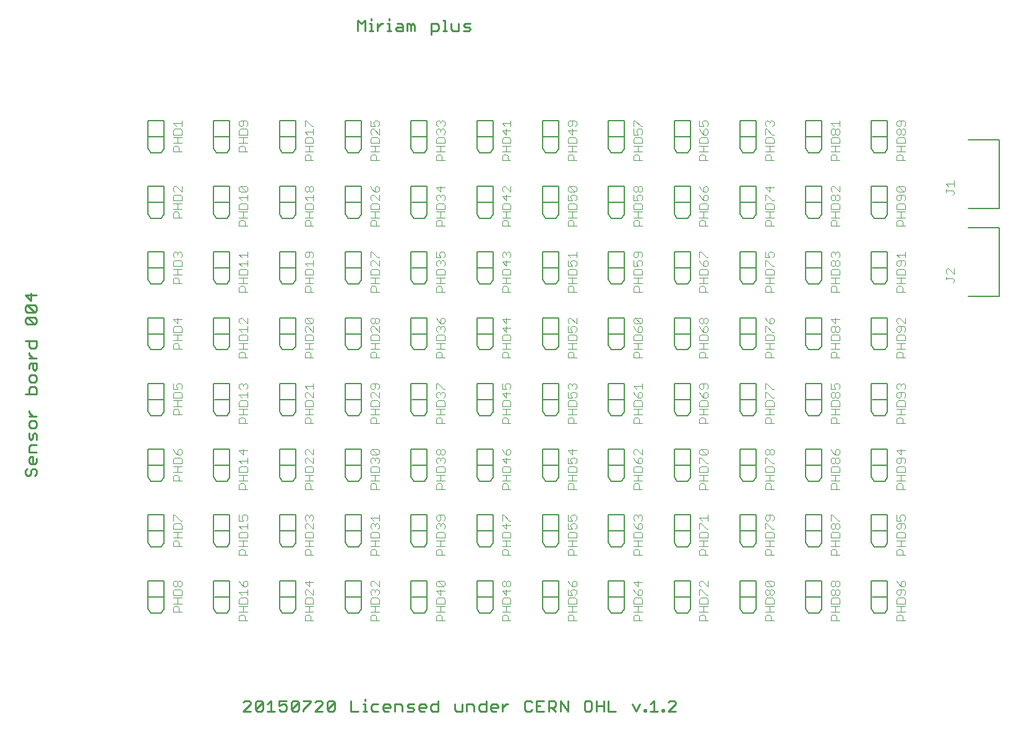
<source format=gbr>
G04 EAGLE Gerber RS-274X export*
G75*
%MOMM*%
%FSLAX34Y34*%
%LPD*%
%INSilkscreen Top*%
%IPPOS*%
%AMOC8*
5,1,8,0,0,1.08239X$1,22.5*%
G01*
%ADD10C,0.279400*%
%ADD11C,0.152400*%
%ADD12C,0.101600*%
%ADD13C,0.127000*%


D10*
X17600Y346808D02*
X15100Y344308D01*
X15100Y339309D01*
X17600Y336809D01*
X20100Y336809D01*
X22600Y339309D01*
X22600Y344308D01*
X25099Y346808D01*
X27599Y346808D01*
X30099Y344308D01*
X30099Y339309D01*
X27599Y336809D01*
X30099Y355680D02*
X30099Y360680D01*
X30099Y355680D02*
X27599Y353181D01*
X22600Y353181D01*
X20100Y355680D01*
X20100Y360680D01*
X22600Y363180D01*
X25099Y363180D01*
X25099Y353181D01*
X30099Y369552D02*
X20100Y369552D01*
X20100Y377052D01*
X22600Y379551D01*
X30099Y379551D01*
X30099Y385924D02*
X30099Y393423D01*
X27599Y395923D01*
X25099Y393423D01*
X25099Y388423D01*
X22600Y385924D01*
X20100Y388423D01*
X20100Y395923D01*
X30099Y404795D02*
X30099Y409795D01*
X27599Y412294D01*
X22600Y412294D01*
X20100Y409795D01*
X20100Y404795D01*
X22600Y402295D01*
X27599Y402295D01*
X30099Y404795D01*
X30099Y418667D02*
X20100Y418667D01*
X25099Y418667D02*
X20100Y423666D01*
X20100Y426166D01*
X15100Y448681D02*
X30099Y448681D01*
X30099Y456181D01*
X27599Y458681D01*
X22600Y458681D01*
X20100Y456181D01*
X20100Y448681D01*
X30099Y467553D02*
X30099Y472552D01*
X27599Y475052D01*
X22600Y475052D01*
X20100Y472552D01*
X20100Y467553D01*
X22600Y465053D01*
X27599Y465053D01*
X30099Y467553D01*
X20100Y483924D02*
X20100Y488924D01*
X22600Y491424D01*
X30099Y491424D01*
X30099Y483924D01*
X27599Y481424D01*
X25099Y483924D01*
X25099Y491424D01*
X20100Y497796D02*
X30099Y497796D01*
X25099Y497796D02*
X20100Y502796D01*
X20100Y505295D01*
X15100Y521438D02*
X30099Y521438D01*
X30099Y513939D01*
X27599Y511439D01*
X22600Y511439D01*
X20100Y513939D01*
X20100Y521438D01*
X17600Y544182D02*
X27599Y544182D01*
X17600Y544182D02*
X15100Y546682D01*
X15100Y551682D01*
X17600Y554181D01*
X27599Y554181D01*
X30099Y551682D01*
X30099Y546682D01*
X27599Y544182D01*
X17600Y554181D01*
X17600Y560554D02*
X27599Y560554D01*
X17600Y560554D02*
X15100Y563053D01*
X15100Y568053D01*
X17600Y570553D01*
X27599Y570553D01*
X30099Y568053D01*
X30099Y563053D01*
X27599Y560554D01*
X17600Y570553D01*
X15100Y584425D02*
X30099Y584425D01*
X22600Y576925D02*
X15100Y584425D01*
X22600Y586924D02*
X22600Y576925D01*
X469598Y945613D02*
X469598Y960612D01*
X474597Y955612D01*
X479597Y960612D01*
X479597Y945613D01*
X485969Y955612D02*
X488469Y955612D01*
X488469Y945613D01*
X485969Y945613D02*
X490969Y945613D01*
X488469Y960612D02*
X488469Y963112D01*
X496884Y955612D02*
X496884Y945613D01*
X496884Y950613D02*
X501883Y955612D01*
X504383Y955612D01*
X510527Y955612D02*
X513026Y955612D01*
X513026Y945613D01*
X510527Y945613D02*
X515526Y945613D01*
X513026Y960612D02*
X513026Y963112D01*
X523941Y955612D02*
X528940Y955612D01*
X531440Y953112D01*
X531440Y945613D01*
X523941Y945613D01*
X521441Y948113D01*
X523941Y950613D01*
X531440Y950613D01*
X537813Y955612D02*
X537813Y945613D01*
X537813Y955612D02*
X540312Y955612D01*
X542812Y953112D01*
X542812Y945613D01*
X542812Y953112D02*
X545312Y955612D01*
X547812Y953112D01*
X547812Y945613D01*
X570556Y940613D02*
X570556Y955612D01*
X578055Y955612D01*
X580555Y953112D01*
X580555Y948113D01*
X578055Y945613D01*
X570556Y945613D01*
X586927Y960612D02*
X589427Y960612D01*
X589427Y945613D01*
X586927Y945613D02*
X591927Y945613D01*
X597842Y948113D02*
X597842Y955612D01*
X597842Y948113D02*
X600341Y945613D01*
X607841Y945613D01*
X607841Y955612D01*
X614213Y945613D02*
X621713Y945613D01*
X624212Y948113D01*
X621713Y950613D01*
X616713Y950613D01*
X614213Y953112D01*
X616713Y955612D01*
X624212Y955612D01*
X323421Y14313D02*
X313422Y14313D01*
X323421Y24312D01*
X323421Y26812D01*
X320921Y29312D01*
X315922Y29312D01*
X313422Y26812D01*
X329793Y26812D02*
X329793Y16813D01*
X329793Y26812D02*
X332293Y29312D01*
X337293Y29312D01*
X339793Y26812D01*
X339793Y16813D01*
X337293Y14313D01*
X332293Y14313D01*
X329793Y16813D01*
X339793Y26812D01*
X346165Y24312D02*
X351165Y29312D01*
X351165Y14313D01*
X356164Y14313D02*
X346165Y14313D01*
X362537Y29312D02*
X372536Y29312D01*
X362537Y29312D02*
X362537Y21812D01*
X367536Y24312D01*
X370036Y24312D01*
X372536Y21812D01*
X372536Y16813D01*
X370036Y14313D01*
X365036Y14313D01*
X362537Y16813D01*
X378908Y16813D02*
X378908Y26812D01*
X381408Y29312D01*
X386408Y29312D01*
X388907Y26812D01*
X388907Y16813D01*
X386408Y14313D01*
X381408Y14313D01*
X378908Y16813D01*
X388907Y26812D01*
X395280Y29312D02*
X405279Y29312D01*
X405279Y26812D01*
X395280Y16813D01*
X395280Y14313D01*
X411651Y14313D02*
X421650Y14313D01*
X411651Y14313D02*
X421650Y24312D01*
X421650Y26812D01*
X419151Y29312D01*
X414151Y29312D01*
X411651Y26812D01*
X428023Y26812D02*
X428023Y16813D01*
X428023Y26812D02*
X430523Y29312D01*
X435522Y29312D01*
X438022Y26812D01*
X438022Y16813D01*
X435522Y14313D01*
X430523Y14313D01*
X428023Y16813D01*
X438022Y26812D01*
X460766Y29312D02*
X460766Y14313D01*
X470765Y14313D01*
X477138Y24312D02*
X479637Y24312D01*
X479637Y14313D01*
X477138Y14313D02*
X482137Y14313D01*
X479637Y29312D02*
X479637Y31812D01*
X490552Y24312D02*
X498051Y24312D01*
X490552Y24312D02*
X488052Y21812D01*
X488052Y16813D01*
X490552Y14313D01*
X498051Y14313D01*
X506923Y14313D02*
X511923Y14313D01*
X506923Y14313D02*
X504423Y16813D01*
X504423Y21812D01*
X506923Y24312D01*
X511923Y24312D01*
X514423Y21812D01*
X514423Y19313D01*
X504423Y19313D01*
X520795Y14313D02*
X520795Y24312D01*
X528294Y24312D01*
X530794Y21812D01*
X530794Y14313D01*
X537167Y14313D02*
X544666Y14313D01*
X547166Y16813D01*
X544666Y19313D01*
X539666Y19313D01*
X537167Y21812D01*
X539666Y24312D01*
X547166Y24312D01*
X556038Y14313D02*
X561038Y14313D01*
X556038Y14313D02*
X553538Y16813D01*
X553538Y21812D01*
X556038Y24312D01*
X561038Y24312D01*
X563537Y21812D01*
X563537Y19313D01*
X553538Y19313D01*
X579909Y14313D02*
X579909Y29312D01*
X579909Y14313D02*
X572409Y14313D01*
X569910Y16813D01*
X569910Y21812D01*
X572409Y24312D01*
X579909Y24312D01*
X602653Y24312D02*
X602653Y16813D01*
X605153Y14313D01*
X612652Y14313D01*
X612652Y24312D01*
X619024Y24312D02*
X619024Y14313D01*
X619024Y24312D02*
X626524Y24312D01*
X629024Y21812D01*
X629024Y14313D01*
X645395Y14313D02*
X645395Y29312D01*
X645395Y14313D02*
X637896Y14313D01*
X635396Y16813D01*
X635396Y21812D01*
X637896Y24312D01*
X645395Y24312D01*
X654267Y14313D02*
X659267Y14313D01*
X654267Y14313D02*
X651768Y16813D01*
X651768Y21812D01*
X654267Y24312D01*
X659267Y24312D01*
X661767Y21812D01*
X661767Y19313D01*
X651768Y19313D01*
X668139Y14313D02*
X668139Y24312D01*
X668139Y19313D02*
X673139Y24312D01*
X675638Y24312D01*
X705653Y29312D02*
X708153Y26812D01*
X705653Y29312D02*
X700653Y29312D01*
X698154Y26812D01*
X698154Y16813D01*
X700653Y14313D01*
X705653Y14313D01*
X708153Y16813D01*
X714525Y29312D02*
X724524Y29312D01*
X714525Y29312D02*
X714525Y14313D01*
X724524Y14313D01*
X719525Y21812D02*
X714525Y21812D01*
X730897Y14313D02*
X730897Y29312D01*
X738396Y29312D01*
X740896Y26812D01*
X740896Y21812D01*
X738396Y19313D01*
X730897Y19313D01*
X735896Y19313D02*
X740896Y14313D01*
X747268Y14313D02*
X747268Y29312D01*
X757267Y14313D01*
X757267Y29312D01*
X782511Y29312D02*
X787511Y29312D01*
X782511Y29312D02*
X780011Y26812D01*
X780011Y16813D01*
X782511Y14313D01*
X787511Y14313D01*
X790011Y16813D01*
X790011Y26812D01*
X787511Y29312D01*
X796383Y29312D02*
X796383Y14313D01*
X796383Y21812D02*
X806382Y21812D01*
X806382Y14313D02*
X806382Y29312D01*
X812755Y29312D02*
X812755Y14313D01*
X822754Y14313D01*
X845498Y24312D02*
X850497Y14313D01*
X855497Y24312D01*
X861869Y16813D02*
X861869Y14313D01*
X861869Y16813D02*
X864369Y16813D01*
X864369Y14313D01*
X861869Y14313D01*
X870055Y24312D02*
X875055Y29312D01*
X875055Y14313D01*
X880054Y14313D02*
X870055Y14313D01*
X886427Y14313D02*
X886427Y16813D01*
X888926Y16813D01*
X888926Y14313D01*
X886427Y14313D01*
X894612Y14313D02*
X904612Y14313D01*
X904612Y24312D02*
X894612Y14313D01*
X904612Y24312D02*
X904612Y26812D01*
X902112Y29312D01*
X897112Y29312D01*
X894612Y26812D01*
D11*
X204800Y823400D02*
X182800Y823400D01*
X204800Y823400D02*
X204800Y784400D01*
X200800Y779400D01*
X186800Y779400D01*
X182800Y785400D01*
X182800Y823400D01*
X183800Y801400D02*
X204800Y801400D01*
D12*
X217398Y780532D02*
X229092Y780532D01*
X217398Y780532D02*
X217398Y786379D01*
X219347Y788328D01*
X223245Y788328D01*
X225194Y786379D01*
X225194Y780532D01*
X229092Y792226D02*
X217398Y792226D01*
X223245Y792226D02*
X223245Y800022D01*
X217398Y800022D02*
X229092Y800022D01*
X229092Y803920D02*
X217398Y803920D01*
X229092Y803920D02*
X229092Y809767D01*
X227143Y811716D01*
X219347Y811716D01*
X217398Y809767D01*
X217398Y803920D01*
X221296Y815614D02*
X217398Y819512D01*
X229092Y819512D01*
X229092Y815614D02*
X229092Y823410D01*
D11*
X272800Y823400D02*
X294800Y823400D01*
X294800Y784400D01*
X290800Y779400D01*
X276800Y779400D01*
X272800Y785400D01*
X272800Y823400D01*
X273800Y801400D02*
X294800Y801400D01*
D12*
X307398Y780532D02*
X319092Y780532D01*
X307398Y780532D02*
X307398Y786379D01*
X309347Y788328D01*
X313245Y788328D01*
X315194Y786379D01*
X315194Y780532D01*
X319092Y792226D02*
X307398Y792226D01*
X313245Y792226D02*
X313245Y800022D01*
X307398Y800022D02*
X319092Y800022D01*
X319092Y803920D02*
X307398Y803920D01*
X319092Y803920D02*
X319092Y809767D01*
X317143Y811716D01*
X309347Y811716D01*
X307398Y809767D01*
X307398Y803920D01*
X317143Y815614D02*
X319092Y817563D01*
X319092Y821461D01*
X317143Y823410D01*
X309347Y823410D01*
X307398Y821461D01*
X307398Y817563D01*
X309347Y815614D01*
X311296Y815614D01*
X313245Y817563D01*
X313245Y823410D01*
D11*
X362800Y823400D02*
X384800Y823400D01*
X384800Y784400D01*
X380800Y779400D01*
X366800Y779400D01*
X362800Y785400D01*
X362800Y823400D01*
X363800Y801400D02*
X384800Y801400D01*
D12*
X397398Y768838D02*
X409092Y768838D01*
X397398Y768838D02*
X397398Y774685D01*
X399347Y776634D01*
X403245Y776634D01*
X405194Y774685D01*
X405194Y768838D01*
X409092Y780532D02*
X397398Y780532D01*
X403245Y780532D02*
X403245Y788328D01*
X397398Y788328D02*
X409092Y788328D01*
X409092Y792226D02*
X397398Y792226D01*
X409092Y792226D02*
X409092Y798073D01*
X407143Y800022D01*
X399347Y800022D01*
X397398Y798073D01*
X397398Y792226D01*
X401296Y803920D02*
X397398Y807818D01*
X409092Y807818D01*
X409092Y803920D02*
X409092Y811716D01*
X397398Y815614D02*
X397398Y823410D01*
X399347Y823410D01*
X407143Y815614D01*
X409092Y815614D01*
D11*
X452800Y823400D02*
X474800Y823400D01*
X474800Y784400D01*
X470800Y779400D01*
X456800Y779400D01*
X452800Y785400D01*
X452800Y823400D01*
X453800Y801400D02*
X474800Y801400D01*
D12*
X487398Y768838D02*
X499092Y768838D01*
X487398Y768838D02*
X487398Y774685D01*
X489347Y776634D01*
X493245Y776634D01*
X495194Y774685D01*
X495194Y768838D01*
X499092Y780532D02*
X487398Y780532D01*
X493245Y780532D02*
X493245Y788328D01*
X487398Y788328D02*
X499092Y788328D01*
X499092Y792226D02*
X487398Y792226D01*
X499092Y792226D02*
X499092Y798073D01*
X497143Y800022D01*
X489347Y800022D01*
X487398Y798073D01*
X487398Y792226D01*
X499092Y803920D02*
X499092Y811716D01*
X499092Y803920D02*
X491296Y811716D01*
X489347Y811716D01*
X487398Y809767D01*
X487398Y805869D01*
X489347Y803920D01*
X487398Y815614D02*
X487398Y823410D01*
X487398Y815614D02*
X493245Y815614D01*
X491296Y819512D01*
X491296Y821461D01*
X493245Y823410D01*
X497143Y823410D01*
X499092Y821461D01*
X499092Y817563D01*
X497143Y815614D01*
D11*
X542800Y823400D02*
X564800Y823400D01*
X564800Y784400D01*
X560800Y779400D01*
X546800Y779400D01*
X542800Y785400D01*
X542800Y823400D01*
X543800Y801400D02*
X564800Y801400D01*
D12*
X577398Y768838D02*
X589092Y768838D01*
X577398Y768838D02*
X577398Y774685D01*
X579347Y776634D01*
X583245Y776634D01*
X585194Y774685D01*
X585194Y768838D01*
X589092Y780532D02*
X577398Y780532D01*
X583245Y780532D02*
X583245Y788328D01*
X577398Y788328D02*
X589092Y788328D01*
X589092Y792226D02*
X577398Y792226D01*
X589092Y792226D02*
X589092Y798073D01*
X587143Y800022D01*
X579347Y800022D01*
X577398Y798073D01*
X577398Y792226D01*
X579347Y803920D02*
X577398Y805869D01*
X577398Y809767D01*
X579347Y811716D01*
X581296Y811716D01*
X583245Y809767D01*
X583245Y807818D01*
X583245Y809767D02*
X585194Y811716D01*
X587143Y811716D01*
X589092Y809767D01*
X589092Y805869D01*
X587143Y803920D01*
X579347Y815614D02*
X577398Y817563D01*
X577398Y821461D01*
X579347Y823410D01*
X581296Y823410D01*
X583245Y821461D01*
X583245Y819512D01*
X583245Y821461D02*
X585194Y823410D01*
X587143Y823410D01*
X589092Y821461D01*
X589092Y817563D01*
X587143Y815614D01*
D11*
X632800Y823400D02*
X654800Y823400D01*
X654800Y784400D01*
X650800Y779400D01*
X636800Y779400D01*
X632800Y785400D01*
X632800Y823400D01*
X633800Y801400D02*
X654800Y801400D01*
D12*
X667398Y768838D02*
X679092Y768838D01*
X667398Y768838D02*
X667398Y774685D01*
X669347Y776634D01*
X673245Y776634D01*
X675194Y774685D01*
X675194Y768838D01*
X679092Y780532D02*
X667398Y780532D01*
X673245Y780532D02*
X673245Y788328D01*
X667398Y788328D02*
X679092Y788328D01*
X679092Y792226D02*
X667398Y792226D01*
X679092Y792226D02*
X679092Y798073D01*
X677143Y800022D01*
X669347Y800022D01*
X667398Y798073D01*
X667398Y792226D01*
X667398Y809767D02*
X679092Y809767D01*
X673245Y803920D02*
X667398Y809767D01*
X673245Y811716D02*
X673245Y803920D01*
X671296Y815614D02*
X667398Y819512D01*
X679092Y819512D01*
X679092Y815614D02*
X679092Y823410D01*
D11*
X722800Y823400D02*
X744800Y823400D01*
X744800Y784400D01*
X740800Y779400D01*
X726800Y779400D01*
X722800Y785400D01*
X722800Y823400D01*
X723800Y801400D02*
X744800Y801400D01*
D12*
X757398Y768838D02*
X769092Y768838D01*
X757398Y768838D02*
X757398Y774685D01*
X759347Y776634D01*
X763245Y776634D01*
X765194Y774685D01*
X765194Y768838D01*
X769092Y780532D02*
X757398Y780532D01*
X763245Y780532D02*
X763245Y788328D01*
X757398Y788328D02*
X769092Y788328D01*
X769092Y792226D02*
X757398Y792226D01*
X769092Y792226D02*
X769092Y798073D01*
X767143Y800022D01*
X759347Y800022D01*
X757398Y798073D01*
X757398Y792226D01*
X757398Y809767D02*
X769092Y809767D01*
X763245Y803920D02*
X757398Y809767D01*
X763245Y811716D02*
X763245Y803920D01*
X767143Y815614D02*
X769092Y817563D01*
X769092Y821461D01*
X767143Y823410D01*
X759347Y823410D01*
X757398Y821461D01*
X757398Y817563D01*
X759347Y815614D01*
X761296Y815614D01*
X763245Y817563D01*
X763245Y823410D01*
D11*
X812800Y823400D02*
X834800Y823400D01*
X834800Y784400D01*
X830800Y779400D01*
X816800Y779400D01*
X812800Y785400D01*
X812800Y823400D01*
X813800Y801400D02*
X834800Y801400D01*
D12*
X847398Y768838D02*
X859092Y768838D01*
X847398Y768838D02*
X847398Y774685D01*
X849347Y776634D01*
X853245Y776634D01*
X855194Y774685D01*
X855194Y768838D01*
X859092Y780532D02*
X847398Y780532D01*
X853245Y780532D02*
X853245Y788328D01*
X847398Y788328D02*
X859092Y788328D01*
X859092Y792226D02*
X847398Y792226D01*
X859092Y792226D02*
X859092Y798073D01*
X857143Y800022D01*
X849347Y800022D01*
X847398Y798073D01*
X847398Y792226D01*
X847398Y803920D02*
X847398Y811716D01*
X847398Y803920D02*
X853245Y803920D01*
X851296Y807818D01*
X851296Y809767D01*
X853245Y811716D01*
X857143Y811716D01*
X859092Y809767D01*
X859092Y805869D01*
X857143Y803920D01*
X847398Y815614D02*
X847398Y823410D01*
X849347Y823410D01*
X857143Y815614D01*
X859092Y815614D01*
D11*
X902800Y823400D02*
X924800Y823400D01*
X924800Y784400D01*
X920800Y779400D01*
X906800Y779400D01*
X902800Y785400D01*
X902800Y823400D01*
X903800Y801400D02*
X924800Y801400D01*
D12*
X937398Y768838D02*
X949092Y768838D01*
X937398Y768838D02*
X937398Y774685D01*
X939347Y776634D01*
X943245Y776634D01*
X945194Y774685D01*
X945194Y768838D01*
X949092Y780532D02*
X937398Y780532D01*
X943245Y780532D02*
X943245Y788328D01*
X937398Y788328D02*
X949092Y788328D01*
X949092Y792226D02*
X937398Y792226D01*
X949092Y792226D02*
X949092Y798073D01*
X947143Y800022D01*
X939347Y800022D01*
X937398Y798073D01*
X937398Y792226D01*
X939347Y807818D02*
X937398Y811716D01*
X939347Y807818D02*
X943245Y803920D01*
X947143Y803920D01*
X949092Y805869D01*
X949092Y809767D01*
X947143Y811716D01*
X945194Y811716D01*
X943245Y809767D01*
X943245Y803920D01*
X937398Y815614D02*
X937398Y823410D01*
X937398Y815614D02*
X943245Y815614D01*
X941296Y819512D01*
X941296Y821461D01*
X943245Y823410D01*
X947143Y823410D01*
X949092Y821461D01*
X949092Y817563D01*
X947143Y815614D01*
D11*
X992800Y823400D02*
X1014800Y823400D01*
X1014800Y784400D01*
X1010800Y779400D01*
X996800Y779400D01*
X992800Y785400D01*
X992800Y823400D01*
X993800Y801400D02*
X1014800Y801400D01*
D12*
X1027398Y768838D02*
X1039092Y768838D01*
X1027398Y768838D02*
X1027398Y774685D01*
X1029347Y776634D01*
X1033245Y776634D01*
X1035194Y774685D01*
X1035194Y768838D01*
X1039092Y780532D02*
X1027398Y780532D01*
X1033245Y780532D02*
X1033245Y788328D01*
X1027398Y788328D02*
X1039092Y788328D01*
X1039092Y792226D02*
X1027398Y792226D01*
X1039092Y792226D02*
X1039092Y798073D01*
X1037143Y800022D01*
X1029347Y800022D01*
X1027398Y798073D01*
X1027398Y792226D01*
X1027398Y803920D02*
X1027398Y811716D01*
X1029347Y811716D01*
X1037143Y803920D01*
X1039092Y803920D01*
X1029347Y815614D02*
X1027398Y817563D01*
X1027398Y821461D01*
X1029347Y823410D01*
X1031296Y823410D01*
X1033245Y821461D01*
X1033245Y819512D01*
X1033245Y821461D02*
X1035194Y823410D01*
X1037143Y823410D01*
X1039092Y821461D01*
X1039092Y817563D01*
X1037143Y815614D01*
D11*
X1082800Y823400D02*
X1104800Y823400D01*
X1104800Y784400D01*
X1100800Y779400D01*
X1086800Y779400D01*
X1082800Y785400D01*
X1082800Y823400D01*
X1083800Y801400D02*
X1104800Y801400D01*
D12*
X1117398Y768838D02*
X1129092Y768838D01*
X1117398Y768838D02*
X1117398Y774685D01*
X1119347Y776634D01*
X1123245Y776634D01*
X1125194Y774685D01*
X1125194Y768838D01*
X1129092Y780532D02*
X1117398Y780532D01*
X1123245Y780532D02*
X1123245Y788328D01*
X1117398Y788328D02*
X1129092Y788328D01*
X1129092Y792226D02*
X1117398Y792226D01*
X1129092Y792226D02*
X1129092Y798073D01*
X1127143Y800022D01*
X1119347Y800022D01*
X1117398Y798073D01*
X1117398Y792226D01*
X1119347Y803920D02*
X1117398Y805869D01*
X1117398Y809767D01*
X1119347Y811716D01*
X1121296Y811716D01*
X1123245Y809767D01*
X1125194Y811716D01*
X1127143Y811716D01*
X1129092Y809767D01*
X1129092Y805869D01*
X1127143Y803920D01*
X1125194Y803920D01*
X1123245Y805869D01*
X1121296Y803920D01*
X1119347Y803920D01*
X1123245Y805869D02*
X1123245Y809767D01*
X1121296Y815614D02*
X1117398Y819512D01*
X1129092Y819512D01*
X1129092Y815614D02*
X1129092Y823410D01*
D11*
X1172800Y823400D02*
X1194800Y823400D01*
X1194800Y784400D01*
X1190800Y779400D01*
X1176800Y779400D01*
X1172800Y785400D01*
X1172800Y823400D01*
X1173800Y801400D02*
X1194800Y801400D01*
D12*
X1207398Y768838D02*
X1219092Y768838D01*
X1207398Y768838D02*
X1207398Y774685D01*
X1209347Y776634D01*
X1213245Y776634D01*
X1215194Y774685D01*
X1215194Y768838D01*
X1219092Y780532D02*
X1207398Y780532D01*
X1213245Y780532D02*
X1213245Y788328D01*
X1207398Y788328D02*
X1219092Y788328D01*
X1219092Y792226D02*
X1207398Y792226D01*
X1219092Y792226D02*
X1219092Y798073D01*
X1217143Y800022D01*
X1209347Y800022D01*
X1207398Y798073D01*
X1207398Y792226D01*
X1209347Y803920D02*
X1207398Y805869D01*
X1207398Y809767D01*
X1209347Y811716D01*
X1211296Y811716D01*
X1213245Y809767D01*
X1215194Y811716D01*
X1217143Y811716D01*
X1219092Y809767D01*
X1219092Y805869D01*
X1217143Y803920D01*
X1215194Y803920D01*
X1213245Y805869D01*
X1211296Y803920D01*
X1209347Y803920D01*
X1213245Y805869D02*
X1213245Y809767D01*
X1217143Y815614D02*
X1219092Y817563D01*
X1219092Y821461D01*
X1217143Y823410D01*
X1209347Y823410D01*
X1207398Y821461D01*
X1207398Y817563D01*
X1209347Y815614D01*
X1211296Y815614D01*
X1213245Y817563D01*
X1213245Y823410D01*
D11*
X204800Y733400D02*
X182800Y733400D01*
X204800Y733400D02*
X204800Y694400D01*
X200800Y689400D01*
X186800Y689400D01*
X182800Y695400D01*
X182800Y733400D01*
X183800Y711400D02*
X204800Y711400D01*
D12*
X217398Y690532D02*
X229092Y690532D01*
X217398Y690532D02*
X217398Y696379D01*
X219347Y698328D01*
X223245Y698328D01*
X225194Y696379D01*
X225194Y690532D01*
X229092Y702226D02*
X217398Y702226D01*
X223245Y702226D02*
X223245Y710022D01*
X217398Y710022D02*
X229092Y710022D01*
X229092Y713920D02*
X217398Y713920D01*
X229092Y713920D02*
X229092Y719767D01*
X227143Y721716D01*
X219347Y721716D01*
X217398Y719767D01*
X217398Y713920D01*
X229092Y725614D02*
X229092Y733410D01*
X229092Y725614D02*
X221296Y733410D01*
X219347Y733410D01*
X217398Y731461D01*
X217398Y727563D01*
X219347Y725614D01*
D11*
X272800Y733400D02*
X294800Y733400D01*
X294800Y694400D01*
X290800Y689400D01*
X276800Y689400D01*
X272800Y695400D01*
X272800Y733400D01*
X273800Y711400D02*
X294800Y711400D01*
D12*
X307398Y678838D02*
X319092Y678838D01*
X307398Y678838D02*
X307398Y684685D01*
X309347Y686634D01*
X313245Y686634D01*
X315194Y684685D01*
X315194Y678838D01*
X319092Y690532D02*
X307398Y690532D01*
X313245Y690532D02*
X313245Y698328D01*
X307398Y698328D02*
X319092Y698328D01*
X319092Y702226D02*
X307398Y702226D01*
X319092Y702226D02*
X319092Y708073D01*
X317143Y710022D01*
X309347Y710022D01*
X307398Y708073D01*
X307398Y702226D01*
X311296Y713920D02*
X307398Y717818D01*
X319092Y717818D01*
X319092Y713920D02*
X319092Y721716D01*
X317143Y725614D02*
X309347Y725614D01*
X307398Y727563D01*
X307398Y731461D01*
X309347Y733410D01*
X317143Y733410D01*
X319092Y731461D01*
X319092Y727563D01*
X317143Y725614D01*
X309347Y733410D01*
D11*
X362800Y733400D02*
X384800Y733400D01*
X384800Y694400D01*
X380800Y689400D01*
X366800Y689400D01*
X362800Y695400D01*
X362800Y733400D01*
X363800Y711400D02*
X384800Y711400D01*
D12*
X397398Y678838D02*
X409092Y678838D01*
X397398Y678838D02*
X397398Y684685D01*
X399347Y686634D01*
X403245Y686634D01*
X405194Y684685D01*
X405194Y678838D01*
X409092Y690532D02*
X397398Y690532D01*
X403245Y690532D02*
X403245Y698328D01*
X397398Y698328D02*
X409092Y698328D01*
X409092Y702226D02*
X397398Y702226D01*
X409092Y702226D02*
X409092Y708073D01*
X407143Y710022D01*
X399347Y710022D01*
X397398Y708073D01*
X397398Y702226D01*
X401296Y713920D02*
X397398Y717818D01*
X409092Y717818D01*
X409092Y713920D02*
X409092Y721716D01*
X399347Y725614D02*
X397398Y727563D01*
X397398Y731461D01*
X399347Y733410D01*
X401296Y733410D01*
X403245Y731461D01*
X405194Y733410D01*
X407143Y733410D01*
X409092Y731461D01*
X409092Y727563D01*
X407143Y725614D01*
X405194Y725614D01*
X403245Y727563D01*
X401296Y725614D01*
X399347Y725614D01*
X403245Y727563D02*
X403245Y731461D01*
D11*
X452800Y733400D02*
X474800Y733400D01*
X474800Y694400D01*
X470800Y689400D01*
X456800Y689400D01*
X452800Y695400D01*
X452800Y733400D01*
X453800Y711400D02*
X474800Y711400D01*
D12*
X487398Y678838D02*
X499092Y678838D01*
X487398Y678838D02*
X487398Y684685D01*
X489347Y686634D01*
X493245Y686634D01*
X495194Y684685D01*
X495194Y678838D01*
X499092Y690532D02*
X487398Y690532D01*
X493245Y690532D02*
X493245Y698328D01*
X487398Y698328D02*
X499092Y698328D01*
X499092Y702226D02*
X487398Y702226D01*
X499092Y702226D02*
X499092Y708073D01*
X497143Y710022D01*
X489347Y710022D01*
X487398Y708073D01*
X487398Y702226D01*
X499092Y713920D02*
X499092Y721716D01*
X499092Y713920D02*
X491296Y721716D01*
X489347Y721716D01*
X487398Y719767D01*
X487398Y715869D01*
X489347Y713920D01*
X489347Y729512D02*
X487398Y733410D01*
X489347Y729512D02*
X493245Y725614D01*
X497143Y725614D01*
X499092Y727563D01*
X499092Y731461D01*
X497143Y733410D01*
X495194Y733410D01*
X493245Y731461D01*
X493245Y725614D01*
D11*
X542800Y733400D02*
X564800Y733400D01*
X564800Y694400D01*
X560800Y689400D01*
X546800Y689400D01*
X542800Y695400D01*
X542800Y733400D01*
X543800Y711400D02*
X564800Y711400D01*
D12*
X577398Y678838D02*
X589092Y678838D01*
X577398Y678838D02*
X577398Y684685D01*
X579347Y686634D01*
X583245Y686634D01*
X585194Y684685D01*
X585194Y678838D01*
X589092Y690532D02*
X577398Y690532D01*
X583245Y690532D02*
X583245Y698328D01*
X577398Y698328D02*
X589092Y698328D01*
X589092Y702226D02*
X577398Y702226D01*
X589092Y702226D02*
X589092Y708073D01*
X587143Y710022D01*
X579347Y710022D01*
X577398Y708073D01*
X577398Y702226D01*
X579347Y713920D02*
X577398Y715869D01*
X577398Y719767D01*
X579347Y721716D01*
X581296Y721716D01*
X583245Y719767D01*
X583245Y717818D01*
X583245Y719767D02*
X585194Y721716D01*
X587143Y721716D01*
X589092Y719767D01*
X589092Y715869D01*
X587143Y713920D01*
X589092Y731461D02*
X577398Y731461D01*
X583245Y725614D01*
X583245Y733410D01*
D11*
X632800Y733400D02*
X654800Y733400D01*
X654800Y694400D01*
X650800Y689400D01*
X636800Y689400D01*
X632800Y695400D01*
X632800Y733400D01*
X633800Y711400D02*
X654800Y711400D01*
D12*
X667398Y678838D02*
X679092Y678838D01*
X667398Y678838D02*
X667398Y684685D01*
X669347Y686634D01*
X673245Y686634D01*
X675194Y684685D01*
X675194Y678838D01*
X679092Y690532D02*
X667398Y690532D01*
X673245Y690532D02*
X673245Y698328D01*
X667398Y698328D02*
X679092Y698328D01*
X679092Y702226D02*
X667398Y702226D01*
X679092Y702226D02*
X679092Y708073D01*
X677143Y710022D01*
X669347Y710022D01*
X667398Y708073D01*
X667398Y702226D01*
X667398Y719767D02*
X679092Y719767D01*
X673245Y713920D02*
X667398Y719767D01*
X673245Y721716D02*
X673245Y713920D01*
X679092Y725614D02*
X679092Y733410D01*
X679092Y725614D02*
X671296Y733410D01*
X669347Y733410D01*
X667398Y731461D01*
X667398Y727563D01*
X669347Y725614D01*
D11*
X722800Y733400D02*
X744800Y733400D01*
X744800Y694400D01*
X740800Y689400D01*
X726800Y689400D01*
X722800Y695400D01*
X722800Y733400D01*
X723800Y711400D02*
X744800Y711400D01*
D12*
X757398Y678838D02*
X769092Y678838D01*
X757398Y678838D02*
X757398Y684685D01*
X759347Y686634D01*
X763245Y686634D01*
X765194Y684685D01*
X765194Y678838D01*
X769092Y690532D02*
X757398Y690532D01*
X763245Y690532D02*
X763245Y698328D01*
X757398Y698328D02*
X769092Y698328D01*
X769092Y702226D02*
X757398Y702226D01*
X769092Y702226D02*
X769092Y708073D01*
X767143Y710022D01*
X759347Y710022D01*
X757398Y708073D01*
X757398Y702226D01*
X757398Y713920D02*
X757398Y721716D01*
X757398Y713920D02*
X763245Y713920D01*
X761296Y717818D01*
X761296Y719767D01*
X763245Y721716D01*
X767143Y721716D01*
X769092Y719767D01*
X769092Y715869D01*
X767143Y713920D01*
X767143Y725614D02*
X759347Y725614D01*
X757398Y727563D01*
X757398Y731461D01*
X759347Y733410D01*
X767143Y733410D01*
X769092Y731461D01*
X769092Y727563D01*
X767143Y725614D01*
X759347Y733410D01*
D11*
X812800Y733400D02*
X834800Y733400D01*
X834800Y694400D01*
X830800Y689400D01*
X816800Y689400D01*
X812800Y695400D01*
X812800Y733400D01*
X813800Y711400D02*
X834800Y711400D01*
D12*
X847398Y678838D02*
X859092Y678838D01*
X847398Y678838D02*
X847398Y684685D01*
X849347Y686634D01*
X853245Y686634D01*
X855194Y684685D01*
X855194Y678838D01*
X859092Y690532D02*
X847398Y690532D01*
X853245Y690532D02*
X853245Y698328D01*
X847398Y698328D02*
X859092Y698328D01*
X859092Y702226D02*
X847398Y702226D01*
X859092Y702226D02*
X859092Y708073D01*
X857143Y710022D01*
X849347Y710022D01*
X847398Y708073D01*
X847398Y702226D01*
X847398Y713920D02*
X847398Y721716D01*
X847398Y713920D02*
X853245Y713920D01*
X851296Y717818D01*
X851296Y719767D01*
X853245Y721716D01*
X857143Y721716D01*
X859092Y719767D01*
X859092Y715869D01*
X857143Y713920D01*
X849347Y725614D02*
X847398Y727563D01*
X847398Y731461D01*
X849347Y733410D01*
X851296Y733410D01*
X853245Y731461D01*
X855194Y733410D01*
X857143Y733410D01*
X859092Y731461D01*
X859092Y727563D01*
X857143Y725614D01*
X855194Y725614D01*
X853245Y727563D01*
X851296Y725614D01*
X849347Y725614D01*
X853245Y727563D02*
X853245Y731461D01*
D11*
X902800Y733400D02*
X924800Y733400D01*
X924800Y694400D01*
X920800Y689400D01*
X906800Y689400D01*
X902800Y695400D01*
X902800Y733400D01*
X903800Y711400D02*
X924800Y711400D01*
D12*
X937398Y678838D02*
X949092Y678838D01*
X937398Y678838D02*
X937398Y684685D01*
X939347Y686634D01*
X943245Y686634D01*
X945194Y684685D01*
X945194Y678838D01*
X949092Y690532D02*
X937398Y690532D01*
X943245Y690532D02*
X943245Y698328D01*
X937398Y698328D02*
X949092Y698328D01*
X949092Y702226D02*
X937398Y702226D01*
X949092Y702226D02*
X949092Y708073D01*
X947143Y710022D01*
X939347Y710022D01*
X937398Y708073D01*
X937398Y702226D01*
X939347Y717818D02*
X937398Y721716D01*
X939347Y717818D02*
X943245Y713920D01*
X947143Y713920D01*
X949092Y715869D01*
X949092Y719767D01*
X947143Y721716D01*
X945194Y721716D01*
X943245Y719767D01*
X943245Y713920D01*
X939347Y729512D02*
X937398Y733410D01*
X939347Y729512D02*
X943245Y725614D01*
X947143Y725614D01*
X949092Y727563D01*
X949092Y731461D01*
X947143Y733410D01*
X945194Y733410D01*
X943245Y731461D01*
X943245Y725614D01*
D11*
X992800Y733400D02*
X1014800Y733400D01*
X1014800Y694400D01*
X1010800Y689400D01*
X996800Y689400D01*
X992800Y695400D01*
X992800Y733400D01*
X993800Y711400D02*
X1014800Y711400D01*
D12*
X1027398Y678838D02*
X1039092Y678838D01*
X1027398Y678838D02*
X1027398Y684685D01*
X1029347Y686634D01*
X1033245Y686634D01*
X1035194Y684685D01*
X1035194Y678838D01*
X1039092Y690532D02*
X1027398Y690532D01*
X1033245Y690532D02*
X1033245Y698328D01*
X1027398Y698328D02*
X1039092Y698328D01*
X1039092Y702226D02*
X1027398Y702226D01*
X1039092Y702226D02*
X1039092Y708073D01*
X1037143Y710022D01*
X1029347Y710022D01*
X1027398Y708073D01*
X1027398Y702226D01*
X1027398Y713920D02*
X1027398Y721716D01*
X1029347Y721716D01*
X1037143Y713920D01*
X1039092Y713920D01*
X1039092Y731461D02*
X1027398Y731461D01*
X1033245Y725614D01*
X1033245Y733410D01*
D11*
X1082800Y733400D02*
X1104800Y733400D01*
X1104800Y694400D01*
X1100800Y689400D01*
X1086800Y689400D01*
X1082800Y695400D01*
X1082800Y733400D01*
X1083800Y711400D02*
X1104800Y711400D01*
D12*
X1117398Y678838D02*
X1129092Y678838D01*
X1117398Y678838D02*
X1117398Y684685D01*
X1119347Y686634D01*
X1123245Y686634D01*
X1125194Y684685D01*
X1125194Y678838D01*
X1129092Y690532D02*
X1117398Y690532D01*
X1123245Y690532D02*
X1123245Y698328D01*
X1117398Y698328D02*
X1129092Y698328D01*
X1129092Y702226D02*
X1117398Y702226D01*
X1129092Y702226D02*
X1129092Y708073D01*
X1127143Y710022D01*
X1119347Y710022D01*
X1117398Y708073D01*
X1117398Y702226D01*
X1119347Y713920D02*
X1117398Y715869D01*
X1117398Y719767D01*
X1119347Y721716D01*
X1121296Y721716D01*
X1123245Y719767D01*
X1125194Y721716D01*
X1127143Y721716D01*
X1129092Y719767D01*
X1129092Y715869D01*
X1127143Y713920D01*
X1125194Y713920D01*
X1123245Y715869D01*
X1121296Y713920D01*
X1119347Y713920D01*
X1123245Y715869D02*
X1123245Y719767D01*
X1129092Y725614D02*
X1129092Y733410D01*
X1129092Y725614D02*
X1121296Y733410D01*
X1119347Y733410D01*
X1117398Y731461D01*
X1117398Y727563D01*
X1119347Y725614D01*
D11*
X1172800Y733400D02*
X1194800Y733400D01*
X1194800Y694400D01*
X1190800Y689400D01*
X1176800Y689400D01*
X1172800Y695400D01*
X1172800Y733400D01*
X1173800Y711400D02*
X1194800Y711400D01*
D12*
X1207398Y678838D02*
X1219092Y678838D01*
X1207398Y678838D02*
X1207398Y684685D01*
X1209347Y686634D01*
X1213245Y686634D01*
X1215194Y684685D01*
X1215194Y678838D01*
X1219092Y690532D02*
X1207398Y690532D01*
X1213245Y690532D02*
X1213245Y698328D01*
X1207398Y698328D02*
X1219092Y698328D01*
X1219092Y702226D02*
X1207398Y702226D01*
X1219092Y702226D02*
X1219092Y708073D01*
X1217143Y710022D01*
X1209347Y710022D01*
X1207398Y708073D01*
X1207398Y702226D01*
X1217143Y713920D02*
X1219092Y715869D01*
X1219092Y719767D01*
X1217143Y721716D01*
X1209347Y721716D01*
X1207398Y719767D01*
X1207398Y715869D01*
X1209347Y713920D01*
X1211296Y713920D01*
X1213245Y715869D01*
X1213245Y721716D01*
X1217143Y725614D02*
X1209347Y725614D01*
X1207398Y727563D01*
X1207398Y731461D01*
X1209347Y733410D01*
X1217143Y733410D01*
X1219092Y731461D01*
X1219092Y727563D01*
X1217143Y725614D01*
X1209347Y733410D01*
D11*
X204800Y643400D02*
X182800Y643400D01*
X204800Y643400D02*
X204800Y604400D01*
X200800Y599400D01*
X186800Y599400D01*
X182800Y605400D01*
X182800Y643400D01*
X183800Y621400D02*
X204800Y621400D01*
D12*
X217398Y600532D02*
X229092Y600532D01*
X217398Y600532D02*
X217398Y606379D01*
X219347Y608328D01*
X223245Y608328D01*
X225194Y606379D01*
X225194Y600532D01*
X229092Y612226D02*
X217398Y612226D01*
X223245Y612226D02*
X223245Y620022D01*
X217398Y620022D02*
X229092Y620022D01*
X229092Y623920D02*
X217398Y623920D01*
X229092Y623920D02*
X229092Y629767D01*
X227143Y631716D01*
X219347Y631716D01*
X217398Y629767D01*
X217398Y623920D01*
X219347Y635614D02*
X217398Y637563D01*
X217398Y641461D01*
X219347Y643410D01*
X221296Y643410D01*
X223245Y641461D01*
X223245Y639512D01*
X223245Y641461D02*
X225194Y643410D01*
X227143Y643410D01*
X229092Y641461D01*
X229092Y637563D01*
X227143Y635614D01*
D11*
X272800Y643400D02*
X294800Y643400D01*
X294800Y604400D01*
X290800Y599400D01*
X276800Y599400D01*
X272800Y605400D01*
X272800Y643400D01*
X273800Y621400D02*
X294800Y621400D01*
D12*
X307398Y588838D02*
X319092Y588838D01*
X307398Y588838D02*
X307398Y594685D01*
X309347Y596634D01*
X313245Y596634D01*
X315194Y594685D01*
X315194Y588838D01*
X319092Y600532D02*
X307398Y600532D01*
X313245Y600532D02*
X313245Y608328D01*
X307398Y608328D02*
X319092Y608328D01*
X319092Y612226D02*
X307398Y612226D01*
X319092Y612226D02*
X319092Y618073D01*
X317143Y620022D01*
X309347Y620022D01*
X307398Y618073D01*
X307398Y612226D01*
X311296Y623920D02*
X307398Y627818D01*
X319092Y627818D01*
X319092Y623920D02*
X319092Y631716D01*
X311296Y635614D02*
X307398Y639512D01*
X319092Y639512D01*
X319092Y635614D02*
X319092Y643410D01*
D11*
X362800Y643400D02*
X384800Y643400D01*
X384800Y604400D01*
X380800Y599400D01*
X366800Y599400D01*
X362800Y605400D01*
X362800Y643400D01*
X363800Y621400D02*
X384800Y621400D01*
D12*
X397398Y588838D02*
X409092Y588838D01*
X397398Y588838D02*
X397398Y594685D01*
X399347Y596634D01*
X403245Y596634D01*
X405194Y594685D01*
X405194Y588838D01*
X409092Y600532D02*
X397398Y600532D01*
X403245Y600532D02*
X403245Y608328D01*
X397398Y608328D02*
X409092Y608328D01*
X409092Y612226D02*
X397398Y612226D01*
X409092Y612226D02*
X409092Y618073D01*
X407143Y620022D01*
X399347Y620022D01*
X397398Y618073D01*
X397398Y612226D01*
X401296Y623920D02*
X397398Y627818D01*
X409092Y627818D01*
X409092Y623920D02*
X409092Y631716D01*
X407143Y635614D02*
X409092Y637563D01*
X409092Y641461D01*
X407143Y643410D01*
X399347Y643410D01*
X397398Y641461D01*
X397398Y637563D01*
X399347Y635614D01*
X401296Y635614D01*
X403245Y637563D01*
X403245Y643410D01*
D11*
X452800Y643400D02*
X474800Y643400D01*
X474800Y604400D01*
X470800Y599400D01*
X456800Y599400D01*
X452800Y605400D01*
X452800Y643400D01*
X453800Y621400D02*
X474800Y621400D01*
D12*
X487398Y588838D02*
X499092Y588838D01*
X487398Y588838D02*
X487398Y594685D01*
X489347Y596634D01*
X493245Y596634D01*
X495194Y594685D01*
X495194Y588838D01*
X499092Y600532D02*
X487398Y600532D01*
X493245Y600532D02*
X493245Y608328D01*
X487398Y608328D02*
X499092Y608328D01*
X499092Y612226D02*
X487398Y612226D01*
X499092Y612226D02*
X499092Y618073D01*
X497143Y620022D01*
X489347Y620022D01*
X487398Y618073D01*
X487398Y612226D01*
X499092Y623920D02*
X499092Y631716D01*
X499092Y623920D02*
X491296Y631716D01*
X489347Y631716D01*
X487398Y629767D01*
X487398Y625869D01*
X489347Y623920D01*
X487398Y635614D02*
X487398Y643410D01*
X489347Y643410D01*
X497143Y635614D01*
X499092Y635614D01*
D11*
X542800Y643400D02*
X564800Y643400D01*
X564800Y604400D01*
X560800Y599400D01*
X546800Y599400D01*
X542800Y605400D01*
X542800Y643400D01*
X543800Y621400D02*
X564800Y621400D01*
D12*
X577398Y588838D02*
X589092Y588838D01*
X577398Y588838D02*
X577398Y594685D01*
X579347Y596634D01*
X583245Y596634D01*
X585194Y594685D01*
X585194Y588838D01*
X589092Y600532D02*
X577398Y600532D01*
X583245Y600532D02*
X583245Y608328D01*
X577398Y608328D02*
X589092Y608328D01*
X589092Y612226D02*
X577398Y612226D01*
X589092Y612226D02*
X589092Y618073D01*
X587143Y620022D01*
X579347Y620022D01*
X577398Y618073D01*
X577398Y612226D01*
X579347Y623920D02*
X577398Y625869D01*
X577398Y629767D01*
X579347Y631716D01*
X581296Y631716D01*
X583245Y629767D01*
X583245Y627818D01*
X583245Y629767D02*
X585194Y631716D01*
X587143Y631716D01*
X589092Y629767D01*
X589092Y625869D01*
X587143Y623920D01*
X577398Y635614D02*
X577398Y643410D01*
X577398Y635614D02*
X583245Y635614D01*
X581296Y639512D01*
X581296Y641461D01*
X583245Y643410D01*
X587143Y643410D01*
X589092Y641461D01*
X589092Y637563D01*
X587143Y635614D01*
D11*
X632800Y643400D02*
X654800Y643400D01*
X654800Y604400D01*
X650800Y599400D01*
X636800Y599400D01*
X632800Y605400D01*
X632800Y643400D01*
X633800Y621400D02*
X654800Y621400D01*
D12*
X667398Y588838D02*
X679092Y588838D01*
X667398Y588838D02*
X667398Y594685D01*
X669347Y596634D01*
X673245Y596634D01*
X675194Y594685D01*
X675194Y588838D01*
X679092Y600532D02*
X667398Y600532D01*
X673245Y600532D02*
X673245Y608328D01*
X667398Y608328D02*
X679092Y608328D01*
X679092Y612226D02*
X667398Y612226D01*
X679092Y612226D02*
X679092Y618073D01*
X677143Y620022D01*
X669347Y620022D01*
X667398Y618073D01*
X667398Y612226D01*
X667398Y629767D02*
X679092Y629767D01*
X673245Y623920D02*
X667398Y629767D01*
X673245Y631716D02*
X673245Y623920D01*
X669347Y635614D02*
X667398Y637563D01*
X667398Y641461D01*
X669347Y643410D01*
X671296Y643410D01*
X673245Y641461D01*
X673245Y639512D01*
X673245Y641461D02*
X675194Y643410D01*
X677143Y643410D01*
X679092Y641461D01*
X679092Y637563D01*
X677143Y635614D01*
D11*
X722800Y643400D02*
X744800Y643400D01*
X744800Y604400D01*
X740800Y599400D01*
X726800Y599400D01*
X722800Y605400D01*
X722800Y643400D01*
X723800Y621400D02*
X744800Y621400D01*
D12*
X757398Y588838D02*
X769092Y588838D01*
X757398Y588838D02*
X757398Y594685D01*
X759347Y596634D01*
X763245Y596634D01*
X765194Y594685D01*
X765194Y588838D01*
X769092Y600532D02*
X757398Y600532D01*
X763245Y600532D02*
X763245Y608328D01*
X757398Y608328D02*
X769092Y608328D01*
X769092Y612226D02*
X757398Y612226D01*
X769092Y612226D02*
X769092Y618073D01*
X767143Y620022D01*
X759347Y620022D01*
X757398Y618073D01*
X757398Y612226D01*
X757398Y623920D02*
X757398Y631716D01*
X757398Y623920D02*
X763245Y623920D01*
X761296Y627818D01*
X761296Y629767D01*
X763245Y631716D01*
X767143Y631716D01*
X769092Y629767D01*
X769092Y625869D01*
X767143Y623920D01*
X761296Y635614D02*
X757398Y639512D01*
X769092Y639512D01*
X769092Y635614D02*
X769092Y643410D01*
D11*
X812800Y643400D02*
X834800Y643400D01*
X834800Y604400D01*
X830800Y599400D01*
X816800Y599400D01*
X812800Y605400D01*
X812800Y643400D01*
X813800Y621400D02*
X834800Y621400D01*
D12*
X847398Y588838D02*
X859092Y588838D01*
X847398Y588838D02*
X847398Y594685D01*
X849347Y596634D01*
X853245Y596634D01*
X855194Y594685D01*
X855194Y588838D01*
X859092Y600532D02*
X847398Y600532D01*
X853245Y600532D02*
X853245Y608328D01*
X847398Y608328D02*
X859092Y608328D01*
X859092Y612226D02*
X847398Y612226D01*
X859092Y612226D02*
X859092Y618073D01*
X857143Y620022D01*
X849347Y620022D01*
X847398Y618073D01*
X847398Y612226D01*
X847398Y623920D02*
X847398Y631716D01*
X847398Y623920D02*
X853245Y623920D01*
X851296Y627818D01*
X851296Y629767D01*
X853245Y631716D01*
X857143Y631716D01*
X859092Y629767D01*
X859092Y625869D01*
X857143Y623920D01*
X857143Y635614D02*
X859092Y637563D01*
X859092Y641461D01*
X857143Y643410D01*
X849347Y643410D01*
X847398Y641461D01*
X847398Y637563D01*
X849347Y635614D01*
X851296Y635614D01*
X853245Y637563D01*
X853245Y643410D01*
D11*
X902800Y643400D02*
X924800Y643400D01*
X924800Y604400D01*
X920800Y599400D01*
X906800Y599400D01*
X902800Y605400D01*
X902800Y643400D01*
X903800Y621400D02*
X924800Y621400D01*
D12*
X937398Y588838D02*
X949092Y588838D01*
X937398Y588838D02*
X937398Y594685D01*
X939347Y596634D01*
X943245Y596634D01*
X945194Y594685D01*
X945194Y588838D01*
X949092Y600532D02*
X937398Y600532D01*
X943245Y600532D02*
X943245Y608328D01*
X937398Y608328D02*
X949092Y608328D01*
X949092Y612226D02*
X937398Y612226D01*
X949092Y612226D02*
X949092Y618073D01*
X947143Y620022D01*
X939347Y620022D01*
X937398Y618073D01*
X937398Y612226D01*
X939347Y627818D02*
X937398Y631716D01*
X939347Y627818D02*
X943245Y623920D01*
X947143Y623920D01*
X949092Y625869D01*
X949092Y629767D01*
X947143Y631716D01*
X945194Y631716D01*
X943245Y629767D01*
X943245Y623920D01*
X937398Y635614D02*
X937398Y643410D01*
X939347Y643410D01*
X947143Y635614D01*
X949092Y635614D01*
D11*
X992800Y643400D02*
X1014800Y643400D01*
X1014800Y604400D01*
X1010800Y599400D01*
X996800Y599400D01*
X992800Y605400D01*
X992800Y643400D01*
X993800Y621400D02*
X1014800Y621400D01*
D12*
X1027398Y588838D02*
X1039092Y588838D01*
X1027398Y588838D02*
X1027398Y594685D01*
X1029347Y596634D01*
X1033245Y596634D01*
X1035194Y594685D01*
X1035194Y588838D01*
X1039092Y600532D02*
X1027398Y600532D01*
X1033245Y600532D02*
X1033245Y608328D01*
X1027398Y608328D02*
X1039092Y608328D01*
X1039092Y612226D02*
X1027398Y612226D01*
X1039092Y612226D02*
X1039092Y618073D01*
X1037143Y620022D01*
X1029347Y620022D01*
X1027398Y618073D01*
X1027398Y612226D01*
X1027398Y623920D02*
X1027398Y631716D01*
X1029347Y631716D01*
X1037143Y623920D01*
X1039092Y623920D01*
X1027398Y635614D02*
X1027398Y643410D01*
X1027398Y635614D02*
X1033245Y635614D01*
X1031296Y639512D01*
X1031296Y641461D01*
X1033245Y643410D01*
X1037143Y643410D01*
X1039092Y641461D01*
X1039092Y637563D01*
X1037143Y635614D01*
D11*
X1082800Y643400D02*
X1104800Y643400D01*
X1104800Y604400D01*
X1100800Y599400D01*
X1086800Y599400D01*
X1082800Y605400D01*
X1082800Y643400D01*
X1083800Y621400D02*
X1104800Y621400D01*
D12*
X1117398Y588838D02*
X1129092Y588838D01*
X1117398Y588838D02*
X1117398Y594685D01*
X1119347Y596634D01*
X1123245Y596634D01*
X1125194Y594685D01*
X1125194Y588838D01*
X1129092Y600532D02*
X1117398Y600532D01*
X1123245Y600532D02*
X1123245Y608328D01*
X1117398Y608328D02*
X1129092Y608328D01*
X1129092Y612226D02*
X1117398Y612226D01*
X1129092Y612226D02*
X1129092Y618073D01*
X1127143Y620022D01*
X1119347Y620022D01*
X1117398Y618073D01*
X1117398Y612226D01*
X1119347Y623920D02*
X1117398Y625869D01*
X1117398Y629767D01*
X1119347Y631716D01*
X1121296Y631716D01*
X1123245Y629767D01*
X1125194Y631716D01*
X1127143Y631716D01*
X1129092Y629767D01*
X1129092Y625869D01*
X1127143Y623920D01*
X1125194Y623920D01*
X1123245Y625869D01*
X1121296Y623920D01*
X1119347Y623920D01*
X1123245Y625869D02*
X1123245Y629767D01*
X1119347Y635614D02*
X1117398Y637563D01*
X1117398Y641461D01*
X1119347Y643410D01*
X1121296Y643410D01*
X1123245Y641461D01*
X1123245Y639512D01*
X1123245Y641461D02*
X1125194Y643410D01*
X1127143Y643410D01*
X1129092Y641461D01*
X1129092Y637563D01*
X1127143Y635614D01*
D11*
X1172800Y643400D02*
X1194800Y643400D01*
X1194800Y604400D01*
X1190800Y599400D01*
X1176800Y599400D01*
X1172800Y605400D01*
X1172800Y643400D01*
X1173800Y621400D02*
X1194800Y621400D01*
D12*
X1207398Y588838D02*
X1219092Y588838D01*
X1207398Y588838D02*
X1207398Y594685D01*
X1209347Y596634D01*
X1213245Y596634D01*
X1215194Y594685D01*
X1215194Y588838D01*
X1219092Y600532D02*
X1207398Y600532D01*
X1213245Y600532D02*
X1213245Y608328D01*
X1207398Y608328D02*
X1219092Y608328D01*
X1219092Y612226D02*
X1207398Y612226D01*
X1219092Y612226D02*
X1219092Y618073D01*
X1217143Y620022D01*
X1209347Y620022D01*
X1207398Y618073D01*
X1207398Y612226D01*
X1217143Y623920D02*
X1219092Y625869D01*
X1219092Y629767D01*
X1217143Y631716D01*
X1209347Y631716D01*
X1207398Y629767D01*
X1207398Y625869D01*
X1209347Y623920D01*
X1211296Y623920D01*
X1213245Y625869D01*
X1213245Y631716D01*
X1211296Y635614D02*
X1207398Y639512D01*
X1219092Y639512D01*
X1219092Y635614D02*
X1219092Y643410D01*
D11*
X204800Y553400D02*
X182800Y553400D01*
X204800Y553400D02*
X204800Y514400D01*
X200800Y509400D01*
X186800Y509400D01*
X182800Y515400D01*
X182800Y553400D01*
X183800Y531400D02*
X204800Y531400D01*
D12*
X217398Y510532D02*
X229092Y510532D01*
X217398Y510532D02*
X217398Y516379D01*
X219347Y518328D01*
X223245Y518328D01*
X225194Y516379D01*
X225194Y510532D01*
X229092Y522226D02*
X217398Y522226D01*
X223245Y522226D02*
X223245Y530022D01*
X217398Y530022D02*
X229092Y530022D01*
X229092Y533920D02*
X217398Y533920D01*
X229092Y533920D02*
X229092Y539767D01*
X227143Y541716D01*
X219347Y541716D01*
X217398Y539767D01*
X217398Y533920D01*
X217398Y551461D02*
X229092Y551461D01*
X223245Y545614D02*
X217398Y551461D01*
X223245Y553410D02*
X223245Y545614D01*
D11*
X272800Y553400D02*
X294800Y553400D01*
X294800Y514400D01*
X290800Y509400D01*
X276800Y509400D01*
X272800Y515400D01*
X272800Y553400D01*
X273800Y531400D02*
X294800Y531400D01*
D12*
X307398Y498838D02*
X319092Y498838D01*
X307398Y498838D02*
X307398Y504685D01*
X309347Y506634D01*
X313245Y506634D01*
X315194Y504685D01*
X315194Y498838D01*
X319092Y510532D02*
X307398Y510532D01*
X313245Y510532D02*
X313245Y518328D01*
X307398Y518328D02*
X319092Y518328D01*
X319092Y522226D02*
X307398Y522226D01*
X319092Y522226D02*
X319092Y528073D01*
X317143Y530022D01*
X309347Y530022D01*
X307398Y528073D01*
X307398Y522226D01*
X311296Y533920D02*
X307398Y537818D01*
X319092Y537818D01*
X319092Y533920D02*
X319092Y541716D01*
X319092Y545614D02*
X319092Y553410D01*
X319092Y545614D02*
X311296Y553410D01*
X309347Y553410D01*
X307398Y551461D01*
X307398Y547563D01*
X309347Y545614D01*
D11*
X362800Y553400D02*
X384800Y553400D01*
X384800Y514400D01*
X380800Y509400D01*
X366800Y509400D01*
X362800Y515400D01*
X362800Y553400D01*
X363800Y531400D02*
X384800Y531400D01*
D12*
X397398Y498838D02*
X409092Y498838D01*
X397398Y498838D02*
X397398Y504685D01*
X399347Y506634D01*
X403245Y506634D01*
X405194Y504685D01*
X405194Y498838D01*
X409092Y510532D02*
X397398Y510532D01*
X403245Y510532D02*
X403245Y518328D01*
X397398Y518328D02*
X409092Y518328D01*
X409092Y522226D02*
X397398Y522226D01*
X409092Y522226D02*
X409092Y528073D01*
X407143Y530022D01*
X399347Y530022D01*
X397398Y528073D01*
X397398Y522226D01*
X409092Y533920D02*
X409092Y541716D01*
X409092Y533920D02*
X401296Y541716D01*
X399347Y541716D01*
X397398Y539767D01*
X397398Y535869D01*
X399347Y533920D01*
X399347Y545614D02*
X407143Y545614D01*
X399347Y545614D02*
X397398Y547563D01*
X397398Y551461D01*
X399347Y553410D01*
X407143Y553410D01*
X409092Y551461D01*
X409092Y547563D01*
X407143Y545614D01*
X399347Y553410D01*
D11*
X452800Y553400D02*
X474800Y553400D01*
X474800Y514400D01*
X470800Y509400D01*
X456800Y509400D01*
X452800Y515400D01*
X452800Y553400D01*
X453800Y531400D02*
X474800Y531400D01*
D12*
X487398Y498838D02*
X499092Y498838D01*
X487398Y498838D02*
X487398Y504685D01*
X489347Y506634D01*
X493245Y506634D01*
X495194Y504685D01*
X495194Y498838D01*
X499092Y510532D02*
X487398Y510532D01*
X493245Y510532D02*
X493245Y518328D01*
X487398Y518328D02*
X499092Y518328D01*
X499092Y522226D02*
X487398Y522226D01*
X499092Y522226D02*
X499092Y528073D01*
X497143Y530022D01*
X489347Y530022D01*
X487398Y528073D01*
X487398Y522226D01*
X499092Y533920D02*
X499092Y541716D01*
X499092Y533920D02*
X491296Y541716D01*
X489347Y541716D01*
X487398Y539767D01*
X487398Y535869D01*
X489347Y533920D01*
X489347Y545614D02*
X487398Y547563D01*
X487398Y551461D01*
X489347Y553410D01*
X491296Y553410D01*
X493245Y551461D01*
X495194Y553410D01*
X497143Y553410D01*
X499092Y551461D01*
X499092Y547563D01*
X497143Y545614D01*
X495194Y545614D01*
X493245Y547563D01*
X491296Y545614D01*
X489347Y545614D01*
X493245Y547563D02*
X493245Y551461D01*
D11*
X542800Y553400D02*
X564800Y553400D01*
X564800Y514400D01*
X560800Y509400D01*
X546800Y509400D01*
X542800Y515400D01*
X542800Y553400D01*
X543800Y531400D02*
X564800Y531400D01*
D12*
X577398Y498838D02*
X589092Y498838D01*
X577398Y498838D02*
X577398Y504685D01*
X579347Y506634D01*
X583245Y506634D01*
X585194Y504685D01*
X585194Y498838D01*
X589092Y510532D02*
X577398Y510532D01*
X583245Y510532D02*
X583245Y518328D01*
X577398Y518328D02*
X589092Y518328D01*
X589092Y522226D02*
X577398Y522226D01*
X589092Y522226D02*
X589092Y528073D01*
X587143Y530022D01*
X579347Y530022D01*
X577398Y528073D01*
X577398Y522226D01*
X579347Y533920D02*
X577398Y535869D01*
X577398Y539767D01*
X579347Y541716D01*
X581296Y541716D01*
X583245Y539767D01*
X583245Y537818D01*
X583245Y539767D02*
X585194Y541716D01*
X587143Y541716D01*
X589092Y539767D01*
X589092Y535869D01*
X587143Y533920D01*
X579347Y549512D02*
X577398Y553410D01*
X579347Y549512D02*
X583245Y545614D01*
X587143Y545614D01*
X589092Y547563D01*
X589092Y551461D01*
X587143Y553410D01*
X585194Y553410D01*
X583245Y551461D01*
X583245Y545614D01*
D11*
X632800Y553400D02*
X654800Y553400D01*
X654800Y514400D01*
X650800Y509400D01*
X636800Y509400D01*
X632800Y515400D01*
X632800Y553400D01*
X633800Y531400D02*
X654800Y531400D01*
D12*
X667398Y498838D02*
X679092Y498838D01*
X667398Y498838D02*
X667398Y504685D01*
X669347Y506634D01*
X673245Y506634D01*
X675194Y504685D01*
X675194Y498838D01*
X679092Y510532D02*
X667398Y510532D01*
X673245Y510532D02*
X673245Y518328D01*
X667398Y518328D02*
X679092Y518328D01*
X679092Y522226D02*
X667398Y522226D01*
X679092Y522226D02*
X679092Y528073D01*
X677143Y530022D01*
X669347Y530022D01*
X667398Y528073D01*
X667398Y522226D01*
X667398Y539767D02*
X679092Y539767D01*
X673245Y533920D02*
X667398Y539767D01*
X673245Y541716D02*
X673245Y533920D01*
X679092Y551461D02*
X667398Y551461D01*
X673245Y545614D01*
X673245Y553410D01*
D11*
X722800Y553400D02*
X744800Y553400D01*
X744800Y514400D01*
X740800Y509400D01*
X726800Y509400D01*
X722800Y515400D01*
X722800Y553400D01*
X723800Y531400D02*
X744800Y531400D01*
D12*
X757398Y498838D02*
X769092Y498838D01*
X757398Y498838D02*
X757398Y504685D01*
X759347Y506634D01*
X763245Y506634D01*
X765194Y504685D01*
X765194Y498838D01*
X769092Y510532D02*
X757398Y510532D01*
X763245Y510532D02*
X763245Y518328D01*
X757398Y518328D02*
X769092Y518328D01*
X769092Y522226D02*
X757398Y522226D01*
X769092Y522226D02*
X769092Y528073D01*
X767143Y530022D01*
X759347Y530022D01*
X757398Y528073D01*
X757398Y522226D01*
X757398Y533920D02*
X757398Y541716D01*
X757398Y533920D02*
X763245Y533920D01*
X761296Y537818D01*
X761296Y539767D01*
X763245Y541716D01*
X767143Y541716D01*
X769092Y539767D01*
X769092Y535869D01*
X767143Y533920D01*
X769092Y545614D02*
X769092Y553410D01*
X769092Y545614D02*
X761296Y553410D01*
X759347Y553410D01*
X757398Y551461D01*
X757398Y547563D01*
X759347Y545614D01*
D11*
X812800Y553400D02*
X834800Y553400D01*
X834800Y514400D01*
X830800Y509400D01*
X816800Y509400D01*
X812800Y515400D01*
X812800Y553400D01*
X813800Y531400D02*
X834800Y531400D01*
D12*
X847398Y498838D02*
X859092Y498838D01*
X847398Y498838D02*
X847398Y504685D01*
X849347Y506634D01*
X853245Y506634D01*
X855194Y504685D01*
X855194Y498838D01*
X859092Y510532D02*
X847398Y510532D01*
X853245Y510532D02*
X853245Y518328D01*
X847398Y518328D02*
X859092Y518328D01*
X859092Y522226D02*
X847398Y522226D01*
X859092Y522226D02*
X859092Y528073D01*
X857143Y530022D01*
X849347Y530022D01*
X847398Y528073D01*
X847398Y522226D01*
X849347Y537818D02*
X847398Y541716D01*
X849347Y537818D02*
X853245Y533920D01*
X857143Y533920D01*
X859092Y535869D01*
X859092Y539767D01*
X857143Y541716D01*
X855194Y541716D01*
X853245Y539767D01*
X853245Y533920D01*
X857143Y545614D02*
X849347Y545614D01*
X847398Y547563D01*
X847398Y551461D01*
X849347Y553410D01*
X857143Y553410D01*
X859092Y551461D01*
X859092Y547563D01*
X857143Y545614D01*
X849347Y553410D01*
D11*
X902800Y553400D02*
X924800Y553400D01*
X924800Y514400D01*
X920800Y509400D01*
X906800Y509400D01*
X902800Y515400D01*
X902800Y553400D01*
X903800Y531400D02*
X924800Y531400D01*
D12*
X937398Y498838D02*
X949092Y498838D01*
X937398Y498838D02*
X937398Y504685D01*
X939347Y506634D01*
X943245Y506634D01*
X945194Y504685D01*
X945194Y498838D01*
X949092Y510532D02*
X937398Y510532D01*
X943245Y510532D02*
X943245Y518328D01*
X937398Y518328D02*
X949092Y518328D01*
X949092Y522226D02*
X937398Y522226D01*
X949092Y522226D02*
X949092Y528073D01*
X947143Y530022D01*
X939347Y530022D01*
X937398Y528073D01*
X937398Y522226D01*
X939347Y537818D02*
X937398Y541716D01*
X939347Y537818D02*
X943245Y533920D01*
X947143Y533920D01*
X949092Y535869D01*
X949092Y539767D01*
X947143Y541716D01*
X945194Y541716D01*
X943245Y539767D01*
X943245Y533920D01*
X939347Y545614D02*
X937398Y547563D01*
X937398Y551461D01*
X939347Y553410D01*
X941296Y553410D01*
X943245Y551461D01*
X945194Y553410D01*
X947143Y553410D01*
X949092Y551461D01*
X949092Y547563D01*
X947143Y545614D01*
X945194Y545614D01*
X943245Y547563D01*
X941296Y545614D01*
X939347Y545614D01*
X943245Y547563D02*
X943245Y551461D01*
D11*
X992800Y553400D02*
X1014800Y553400D01*
X1014800Y514400D01*
X1010800Y509400D01*
X996800Y509400D01*
X992800Y515400D01*
X992800Y553400D01*
X993800Y531400D02*
X1014800Y531400D01*
D12*
X1027398Y498838D02*
X1039092Y498838D01*
X1027398Y498838D02*
X1027398Y504685D01*
X1029347Y506634D01*
X1033245Y506634D01*
X1035194Y504685D01*
X1035194Y498838D01*
X1039092Y510532D02*
X1027398Y510532D01*
X1033245Y510532D02*
X1033245Y518328D01*
X1027398Y518328D02*
X1039092Y518328D01*
X1039092Y522226D02*
X1027398Y522226D01*
X1039092Y522226D02*
X1039092Y528073D01*
X1037143Y530022D01*
X1029347Y530022D01*
X1027398Y528073D01*
X1027398Y522226D01*
X1027398Y533920D02*
X1027398Y541716D01*
X1029347Y541716D01*
X1037143Y533920D01*
X1039092Y533920D01*
X1029347Y549512D02*
X1027398Y553410D01*
X1029347Y549512D02*
X1033245Y545614D01*
X1037143Y545614D01*
X1039092Y547563D01*
X1039092Y551461D01*
X1037143Y553410D01*
X1035194Y553410D01*
X1033245Y551461D01*
X1033245Y545614D01*
D11*
X1082800Y553400D02*
X1104800Y553400D01*
X1104800Y514400D01*
X1100800Y509400D01*
X1086800Y509400D01*
X1082800Y515400D01*
X1082800Y553400D01*
X1083800Y531400D02*
X1104800Y531400D01*
D12*
X1117398Y498838D02*
X1129092Y498838D01*
X1117398Y498838D02*
X1117398Y504685D01*
X1119347Y506634D01*
X1123245Y506634D01*
X1125194Y504685D01*
X1125194Y498838D01*
X1129092Y510532D02*
X1117398Y510532D01*
X1123245Y510532D02*
X1123245Y518328D01*
X1117398Y518328D02*
X1129092Y518328D01*
X1129092Y522226D02*
X1117398Y522226D01*
X1129092Y522226D02*
X1129092Y528073D01*
X1127143Y530022D01*
X1119347Y530022D01*
X1117398Y528073D01*
X1117398Y522226D01*
X1119347Y533920D02*
X1117398Y535869D01*
X1117398Y539767D01*
X1119347Y541716D01*
X1121296Y541716D01*
X1123245Y539767D01*
X1125194Y541716D01*
X1127143Y541716D01*
X1129092Y539767D01*
X1129092Y535869D01*
X1127143Y533920D01*
X1125194Y533920D01*
X1123245Y535869D01*
X1121296Y533920D01*
X1119347Y533920D01*
X1123245Y535869D02*
X1123245Y539767D01*
X1129092Y551461D02*
X1117398Y551461D01*
X1123245Y545614D01*
X1123245Y553410D01*
D11*
X1172800Y553400D02*
X1194800Y553400D01*
X1194800Y514400D01*
X1190800Y509400D01*
X1176800Y509400D01*
X1172800Y515400D01*
X1172800Y553400D01*
X1173800Y531400D02*
X1194800Y531400D01*
D12*
X1207398Y498838D02*
X1219092Y498838D01*
X1207398Y498838D02*
X1207398Y504685D01*
X1209347Y506634D01*
X1213245Y506634D01*
X1215194Y504685D01*
X1215194Y498838D01*
X1219092Y510532D02*
X1207398Y510532D01*
X1213245Y510532D02*
X1213245Y518328D01*
X1207398Y518328D02*
X1219092Y518328D01*
X1219092Y522226D02*
X1207398Y522226D01*
X1219092Y522226D02*
X1219092Y528073D01*
X1217143Y530022D01*
X1209347Y530022D01*
X1207398Y528073D01*
X1207398Y522226D01*
X1217143Y533920D02*
X1219092Y535869D01*
X1219092Y539767D01*
X1217143Y541716D01*
X1209347Y541716D01*
X1207398Y539767D01*
X1207398Y535869D01*
X1209347Y533920D01*
X1211296Y533920D01*
X1213245Y535869D01*
X1213245Y541716D01*
X1219092Y545614D02*
X1219092Y553410D01*
X1219092Y545614D02*
X1211296Y553410D01*
X1209347Y553410D01*
X1207398Y551461D01*
X1207398Y547563D01*
X1209347Y545614D01*
D11*
X204800Y373400D02*
X182800Y373400D01*
X204800Y373400D02*
X204800Y334400D01*
X200800Y329400D01*
X186800Y329400D01*
X182800Y335400D01*
X182800Y373400D01*
X183800Y351400D02*
X204800Y351400D01*
D12*
X217398Y330532D02*
X229092Y330532D01*
X217398Y330532D02*
X217398Y336379D01*
X219347Y338328D01*
X223245Y338328D01*
X225194Y336379D01*
X225194Y330532D01*
X229092Y342226D02*
X217398Y342226D01*
X223245Y342226D02*
X223245Y350022D01*
X217398Y350022D02*
X229092Y350022D01*
X229092Y353920D02*
X217398Y353920D01*
X229092Y353920D02*
X229092Y359767D01*
X227143Y361716D01*
X219347Y361716D01*
X217398Y359767D01*
X217398Y353920D01*
X219347Y369512D02*
X217398Y373410D01*
X219347Y369512D02*
X223245Y365614D01*
X227143Y365614D01*
X229092Y367563D01*
X229092Y371461D01*
X227143Y373410D01*
X225194Y373410D01*
X223245Y371461D01*
X223245Y365614D01*
D11*
X272800Y373400D02*
X294800Y373400D01*
X294800Y334400D01*
X290800Y329400D01*
X276800Y329400D01*
X272800Y335400D01*
X272800Y373400D01*
X273800Y351400D02*
X294800Y351400D01*
D12*
X307398Y318838D02*
X319092Y318838D01*
X307398Y318838D02*
X307398Y324685D01*
X309347Y326634D01*
X313245Y326634D01*
X315194Y324685D01*
X315194Y318838D01*
X319092Y330532D02*
X307398Y330532D01*
X313245Y330532D02*
X313245Y338328D01*
X307398Y338328D02*
X319092Y338328D01*
X319092Y342226D02*
X307398Y342226D01*
X319092Y342226D02*
X319092Y348073D01*
X317143Y350022D01*
X309347Y350022D01*
X307398Y348073D01*
X307398Y342226D01*
X311296Y353920D02*
X307398Y357818D01*
X319092Y357818D01*
X319092Y353920D02*
X319092Y361716D01*
X319092Y371461D02*
X307398Y371461D01*
X313245Y365614D01*
X313245Y373410D01*
D11*
X362800Y373400D02*
X384800Y373400D01*
X384800Y334400D01*
X380800Y329400D01*
X366800Y329400D01*
X362800Y335400D01*
X362800Y373400D01*
X363800Y351400D02*
X384800Y351400D01*
D12*
X397398Y318838D02*
X409092Y318838D01*
X397398Y318838D02*
X397398Y324685D01*
X399347Y326634D01*
X403245Y326634D01*
X405194Y324685D01*
X405194Y318838D01*
X409092Y330532D02*
X397398Y330532D01*
X403245Y330532D02*
X403245Y338328D01*
X397398Y338328D02*
X409092Y338328D01*
X409092Y342226D02*
X397398Y342226D01*
X409092Y342226D02*
X409092Y348073D01*
X407143Y350022D01*
X399347Y350022D01*
X397398Y348073D01*
X397398Y342226D01*
X409092Y353920D02*
X409092Y361716D01*
X409092Y353920D02*
X401296Y361716D01*
X399347Y361716D01*
X397398Y359767D01*
X397398Y355869D01*
X399347Y353920D01*
X409092Y365614D02*
X409092Y373410D01*
X409092Y365614D02*
X401296Y373410D01*
X399347Y373410D01*
X397398Y371461D01*
X397398Y367563D01*
X399347Y365614D01*
D11*
X452800Y373400D02*
X474800Y373400D01*
X474800Y334400D01*
X470800Y329400D01*
X456800Y329400D01*
X452800Y335400D01*
X452800Y373400D01*
X453800Y351400D02*
X474800Y351400D01*
D12*
X487398Y318838D02*
X499092Y318838D01*
X487398Y318838D02*
X487398Y324685D01*
X489347Y326634D01*
X493245Y326634D01*
X495194Y324685D01*
X495194Y318838D01*
X499092Y330532D02*
X487398Y330532D01*
X493245Y330532D02*
X493245Y338328D01*
X487398Y338328D02*
X499092Y338328D01*
X499092Y342226D02*
X487398Y342226D01*
X499092Y342226D02*
X499092Y348073D01*
X497143Y350022D01*
X489347Y350022D01*
X487398Y348073D01*
X487398Y342226D01*
X489347Y353920D02*
X487398Y355869D01*
X487398Y359767D01*
X489347Y361716D01*
X491296Y361716D01*
X493245Y359767D01*
X493245Y357818D01*
X493245Y359767D02*
X495194Y361716D01*
X497143Y361716D01*
X499092Y359767D01*
X499092Y355869D01*
X497143Y353920D01*
X497143Y365614D02*
X489347Y365614D01*
X487398Y367563D01*
X487398Y371461D01*
X489347Y373410D01*
X497143Y373410D01*
X499092Y371461D01*
X499092Y367563D01*
X497143Y365614D01*
X489347Y373410D01*
D11*
X542800Y373400D02*
X564800Y373400D01*
X564800Y334400D01*
X560800Y329400D01*
X546800Y329400D01*
X542800Y335400D01*
X542800Y373400D01*
X543800Y351400D02*
X564800Y351400D01*
D12*
X577398Y318838D02*
X589092Y318838D01*
X577398Y318838D02*
X577398Y324685D01*
X579347Y326634D01*
X583245Y326634D01*
X585194Y324685D01*
X585194Y318838D01*
X589092Y330532D02*
X577398Y330532D01*
X583245Y330532D02*
X583245Y338328D01*
X577398Y338328D02*
X589092Y338328D01*
X589092Y342226D02*
X577398Y342226D01*
X589092Y342226D02*
X589092Y348073D01*
X587143Y350022D01*
X579347Y350022D01*
X577398Y348073D01*
X577398Y342226D01*
X579347Y353920D02*
X577398Y355869D01*
X577398Y359767D01*
X579347Y361716D01*
X581296Y361716D01*
X583245Y359767D01*
X583245Y357818D01*
X583245Y359767D02*
X585194Y361716D01*
X587143Y361716D01*
X589092Y359767D01*
X589092Y355869D01*
X587143Y353920D01*
X579347Y365614D02*
X577398Y367563D01*
X577398Y371461D01*
X579347Y373410D01*
X581296Y373410D01*
X583245Y371461D01*
X585194Y373410D01*
X587143Y373410D01*
X589092Y371461D01*
X589092Y367563D01*
X587143Y365614D01*
X585194Y365614D01*
X583245Y367563D01*
X581296Y365614D01*
X579347Y365614D01*
X583245Y367563D02*
X583245Y371461D01*
D11*
X632800Y373400D02*
X654800Y373400D01*
X654800Y334400D01*
X650800Y329400D01*
X636800Y329400D01*
X632800Y335400D01*
X632800Y373400D01*
X633800Y351400D02*
X654800Y351400D01*
D12*
X667398Y318838D02*
X679092Y318838D01*
X667398Y318838D02*
X667398Y324685D01*
X669347Y326634D01*
X673245Y326634D01*
X675194Y324685D01*
X675194Y318838D01*
X679092Y330532D02*
X667398Y330532D01*
X673245Y330532D02*
X673245Y338328D01*
X667398Y338328D02*
X679092Y338328D01*
X679092Y342226D02*
X667398Y342226D01*
X679092Y342226D02*
X679092Y348073D01*
X677143Y350022D01*
X669347Y350022D01*
X667398Y348073D01*
X667398Y342226D01*
X667398Y359767D02*
X679092Y359767D01*
X673245Y353920D02*
X667398Y359767D01*
X673245Y361716D02*
X673245Y353920D01*
X669347Y369512D02*
X667398Y373410D01*
X669347Y369512D02*
X673245Y365614D01*
X677143Y365614D01*
X679092Y367563D01*
X679092Y371461D01*
X677143Y373410D01*
X675194Y373410D01*
X673245Y371461D01*
X673245Y365614D01*
D11*
X722800Y373400D02*
X744800Y373400D01*
X744800Y334400D01*
X740800Y329400D01*
X726800Y329400D01*
X722800Y335400D01*
X722800Y373400D01*
X723800Y351400D02*
X744800Y351400D01*
D12*
X757398Y318838D02*
X769092Y318838D01*
X757398Y318838D02*
X757398Y324685D01*
X759347Y326634D01*
X763245Y326634D01*
X765194Y324685D01*
X765194Y318838D01*
X769092Y330532D02*
X757398Y330532D01*
X763245Y330532D02*
X763245Y338328D01*
X757398Y338328D02*
X769092Y338328D01*
X769092Y342226D02*
X757398Y342226D01*
X769092Y342226D02*
X769092Y348073D01*
X767143Y350022D01*
X759347Y350022D01*
X757398Y348073D01*
X757398Y342226D01*
X757398Y353920D02*
X757398Y361716D01*
X757398Y353920D02*
X763245Y353920D01*
X761296Y357818D01*
X761296Y359767D01*
X763245Y361716D01*
X767143Y361716D01*
X769092Y359767D01*
X769092Y355869D01*
X767143Y353920D01*
X769092Y371461D02*
X757398Y371461D01*
X763245Y365614D01*
X763245Y373410D01*
D11*
X812800Y373400D02*
X834800Y373400D01*
X834800Y334400D01*
X830800Y329400D01*
X816800Y329400D01*
X812800Y335400D01*
X812800Y373400D01*
X813800Y351400D02*
X834800Y351400D01*
D12*
X847398Y318838D02*
X859092Y318838D01*
X847398Y318838D02*
X847398Y324685D01*
X849347Y326634D01*
X853245Y326634D01*
X855194Y324685D01*
X855194Y318838D01*
X859092Y330532D02*
X847398Y330532D01*
X853245Y330532D02*
X853245Y338328D01*
X847398Y338328D02*
X859092Y338328D01*
X859092Y342226D02*
X847398Y342226D01*
X859092Y342226D02*
X859092Y348073D01*
X857143Y350022D01*
X849347Y350022D01*
X847398Y348073D01*
X847398Y342226D01*
X849347Y357818D02*
X847398Y361716D01*
X849347Y357818D02*
X853245Y353920D01*
X857143Y353920D01*
X859092Y355869D01*
X859092Y359767D01*
X857143Y361716D01*
X855194Y361716D01*
X853245Y359767D01*
X853245Y353920D01*
X859092Y365614D02*
X859092Y373410D01*
X859092Y365614D02*
X851296Y373410D01*
X849347Y373410D01*
X847398Y371461D01*
X847398Y367563D01*
X849347Y365614D01*
D11*
X902800Y373400D02*
X924800Y373400D01*
X924800Y334400D01*
X920800Y329400D01*
X906800Y329400D01*
X902800Y335400D01*
X902800Y373400D01*
X903800Y351400D02*
X924800Y351400D01*
D12*
X937398Y318838D02*
X949092Y318838D01*
X937398Y318838D02*
X937398Y324685D01*
X939347Y326634D01*
X943245Y326634D01*
X945194Y324685D01*
X945194Y318838D01*
X949092Y330532D02*
X937398Y330532D01*
X943245Y330532D02*
X943245Y338328D01*
X937398Y338328D02*
X949092Y338328D01*
X949092Y342226D02*
X937398Y342226D01*
X949092Y342226D02*
X949092Y348073D01*
X947143Y350022D01*
X939347Y350022D01*
X937398Y348073D01*
X937398Y342226D01*
X937398Y353920D02*
X937398Y361716D01*
X939347Y361716D01*
X947143Y353920D01*
X949092Y353920D01*
X947143Y365614D02*
X939347Y365614D01*
X937398Y367563D01*
X937398Y371461D01*
X939347Y373410D01*
X947143Y373410D01*
X949092Y371461D01*
X949092Y367563D01*
X947143Y365614D01*
X939347Y373410D01*
D11*
X992800Y373400D02*
X1014800Y373400D01*
X1014800Y334400D01*
X1010800Y329400D01*
X996800Y329400D01*
X992800Y335400D01*
X992800Y373400D01*
X993800Y351400D02*
X1014800Y351400D01*
D12*
X1027398Y318838D02*
X1039092Y318838D01*
X1027398Y318838D02*
X1027398Y324685D01*
X1029347Y326634D01*
X1033245Y326634D01*
X1035194Y324685D01*
X1035194Y318838D01*
X1039092Y330532D02*
X1027398Y330532D01*
X1033245Y330532D02*
X1033245Y338328D01*
X1027398Y338328D02*
X1039092Y338328D01*
X1039092Y342226D02*
X1027398Y342226D01*
X1039092Y342226D02*
X1039092Y348073D01*
X1037143Y350022D01*
X1029347Y350022D01*
X1027398Y348073D01*
X1027398Y342226D01*
X1027398Y353920D02*
X1027398Y361716D01*
X1029347Y361716D01*
X1037143Y353920D01*
X1039092Y353920D01*
X1029347Y365614D02*
X1027398Y367563D01*
X1027398Y371461D01*
X1029347Y373410D01*
X1031296Y373410D01*
X1033245Y371461D01*
X1035194Y373410D01*
X1037143Y373410D01*
X1039092Y371461D01*
X1039092Y367563D01*
X1037143Y365614D01*
X1035194Y365614D01*
X1033245Y367563D01*
X1031296Y365614D01*
X1029347Y365614D01*
X1033245Y367563D02*
X1033245Y371461D01*
D11*
X1082800Y373400D02*
X1104800Y373400D01*
X1104800Y334400D01*
X1100800Y329400D01*
X1086800Y329400D01*
X1082800Y335400D01*
X1082800Y373400D01*
X1083800Y351400D02*
X1104800Y351400D01*
D12*
X1117398Y318838D02*
X1129092Y318838D01*
X1117398Y318838D02*
X1117398Y324685D01*
X1119347Y326634D01*
X1123245Y326634D01*
X1125194Y324685D01*
X1125194Y318838D01*
X1129092Y330532D02*
X1117398Y330532D01*
X1123245Y330532D02*
X1123245Y338328D01*
X1117398Y338328D02*
X1129092Y338328D01*
X1129092Y342226D02*
X1117398Y342226D01*
X1129092Y342226D02*
X1129092Y348073D01*
X1127143Y350022D01*
X1119347Y350022D01*
X1117398Y348073D01*
X1117398Y342226D01*
X1119347Y353920D02*
X1117398Y355869D01*
X1117398Y359767D01*
X1119347Y361716D01*
X1121296Y361716D01*
X1123245Y359767D01*
X1125194Y361716D01*
X1127143Y361716D01*
X1129092Y359767D01*
X1129092Y355869D01*
X1127143Y353920D01*
X1125194Y353920D01*
X1123245Y355869D01*
X1121296Y353920D01*
X1119347Y353920D01*
X1123245Y355869D02*
X1123245Y359767D01*
X1119347Y369512D02*
X1117398Y373410D01*
X1119347Y369512D02*
X1123245Y365614D01*
X1127143Y365614D01*
X1129092Y367563D01*
X1129092Y371461D01*
X1127143Y373410D01*
X1125194Y373410D01*
X1123245Y371461D01*
X1123245Y365614D01*
D11*
X1172800Y373400D02*
X1194800Y373400D01*
X1194800Y334400D01*
X1190800Y329400D01*
X1176800Y329400D01*
X1172800Y335400D01*
X1172800Y373400D01*
X1173800Y351400D02*
X1194800Y351400D01*
D12*
X1207398Y318838D02*
X1219092Y318838D01*
X1207398Y318838D02*
X1207398Y324685D01*
X1209347Y326634D01*
X1213245Y326634D01*
X1215194Y324685D01*
X1215194Y318838D01*
X1219092Y330532D02*
X1207398Y330532D01*
X1213245Y330532D02*
X1213245Y338328D01*
X1207398Y338328D02*
X1219092Y338328D01*
X1219092Y342226D02*
X1207398Y342226D01*
X1219092Y342226D02*
X1219092Y348073D01*
X1217143Y350022D01*
X1209347Y350022D01*
X1207398Y348073D01*
X1207398Y342226D01*
X1217143Y353920D02*
X1219092Y355869D01*
X1219092Y359767D01*
X1217143Y361716D01*
X1209347Y361716D01*
X1207398Y359767D01*
X1207398Y355869D01*
X1209347Y353920D01*
X1211296Y353920D01*
X1213245Y355869D01*
X1213245Y361716D01*
X1219092Y371461D02*
X1207398Y371461D01*
X1213245Y365614D01*
X1213245Y373410D01*
D11*
X204800Y283400D02*
X182800Y283400D01*
X204800Y283400D02*
X204800Y244400D01*
X200800Y239400D01*
X186800Y239400D01*
X182800Y245400D01*
X182800Y283400D01*
X183800Y261400D02*
X204800Y261400D01*
D12*
X217398Y240532D02*
X229092Y240532D01*
X217398Y240532D02*
X217398Y246379D01*
X219347Y248328D01*
X223245Y248328D01*
X225194Y246379D01*
X225194Y240532D01*
X229092Y252226D02*
X217398Y252226D01*
X223245Y252226D02*
X223245Y260022D01*
X217398Y260022D02*
X229092Y260022D01*
X229092Y263920D02*
X217398Y263920D01*
X229092Y263920D02*
X229092Y269767D01*
X227143Y271716D01*
X219347Y271716D01*
X217398Y269767D01*
X217398Y263920D01*
X217398Y275614D02*
X217398Y283410D01*
X219347Y283410D01*
X227143Y275614D01*
X229092Y275614D01*
D11*
X272800Y283400D02*
X294800Y283400D01*
X294800Y244400D01*
X290800Y239400D01*
X276800Y239400D01*
X272800Y245400D01*
X272800Y283400D01*
X273800Y261400D02*
X294800Y261400D01*
D12*
X307398Y228838D02*
X319092Y228838D01*
X307398Y228838D02*
X307398Y234685D01*
X309347Y236634D01*
X313245Y236634D01*
X315194Y234685D01*
X315194Y228838D01*
X319092Y240532D02*
X307398Y240532D01*
X313245Y240532D02*
X313245Y248328D01*
X307398Y248328D02*
X319092Y248328D01*
X319092Y252226D02*
X307398Y252226D01*
X319092Y252226D02*
X319092Y258073D01*
X317143Y260022D01*
X309347Y260022D01*
X307398Y258073D01*
X307398Y252226D01*
X311296Y263920D02*
X307398Y267818D01*
X319092Y267818D01*
X319092Y263920D02*
X319092Y271716D01*
X307398Y275614D02*
X307398Y283410D01*
X307398Y275614D02*
X313245Y275614D01*
X311296Y279512D01*
X311296Y281461D01*
X313245Y283410D01*
X317143Y283410D01*
X319092Y281461D01*
X319092Y277563D01*
X317143Y275614D01*
D11*
X362800Y283400D02*
X384800Y283400D01*
X384800Y244400D01*
X380800Y239400D01*
X366800Y239400D01*
X362800Y245400D01*
X362800Y283400D01*
X363800Y261400D02*
X384800Y261400D01*
D12*
X397398Y228838D02*
X409092Y228838D01*
X397398Y228838D02*
X397398Y234685D01*
X399347Y236634D01*
X403245Y236634D01*
X405194Y234685D01*
X405194Y228838D01*
X409092Y240532D02*
X397398Y240532D01*
X403245Y240532D02*
X403245Y248328D01*
X397398Y248328D02*
X409092Y248328D01*
X409092Y252226D02*
X397398Y252226D01*
X409092Y252226D02*
X409092Y258073D01*
X407143Y260022D01*
X399347Y260022D01*
X397398Y258073D01*
X397398Y252226D01*
X409092Y263920D02*
X409092Y271716D01*
X409092Y263920D02*
X401296Y271716D01*
X399347Y271716D01*
X397398Y269767D01*
X397398Y265869D01*
X399347Y263920D01*
X399347Y275614D02*
X397398Y277563D01*
X397398Y281461D01*
X399347Y283410D01*
X401296Y283410D01*
X403245Y281461D01*
X403245Y279512D01*
X403245Y281461D02*
X405194Y283410D01*
X407143Y283410D01*
X409092Y281461D01*
X409092Y277563D01*
X407143Y275614D01*
D11*
X452800Y283400D02*
X474800Y283400D01*
X474800Y244400D01*
X470800Y239400D01*
X456800Y239400D01*
X452800Y245400D01*
X452800Y283400D01*
X453800Y261400D02*
X474800Y261400D01*
D12*
X487398Y228838D02*
X499092Y228838D01*
X487398Y228838D02*
X487398Y234685D01*
X489347Y236634D01*
X493245Y236634D01*
X495194Y234685D01*
X495194Y228838D01*
X499092Y240532D02*
X487398Y240532D01*
X493245Y240532D02*
X493245Y248328D01*
X487398Y248328D02*
X499092Y248328D01*
X499092Y252226D02*
X487398Y252226D01*
X499092Y252226D02*
X499092Y258073D01*
X497143Y260022D01*
X489347Y260022D01*
X487398Y258073D01*
X487398Y252226D01*
X489347Y263920D02*
X487398Y265869D01*
X487398Y269767D01*
X489347Y271716D01*
X491296Y271716D01*
X493245Y269767D01*
X493245Y267818D01*
X493245Y269767D02*
X495194Y271716D01*
X497143Y271716D01*
X499092Y269767D01*
X499092Y265869D01*
X497143Y263920D01*
X491296Y275614D02*
X487398Y279512D01*
X499092Y279512D01*
X499092Y275614D02*
X499092Y283410D01*
D11*
X542800Y283400D02*
X564800Y283400D01*
X564800Y244400D01*
X560800Y239400D01*
X546800Y239400D01*
X542800Y245400D01*
X542800Y283400D01*
X543800Y261400D02*
X564800Y261400D01*
D12*
X577398Y228838D02*
X589092Y228838D01*
X577398Y228838D02*
X577398Y234685D01*
X579347Y236634D01*
X583245Y236634D01*
X585194Y234685D01*
X585194Y228838D01*
X589092Y240532D02*
X577398Y240532D01*
X583245Y240532D02*
X583245Y248328D01*
X577398Y248328D02*
X589092Y248328D01*
X589092Y252226D02*
X577398Y252226D01*
X589092Y252226D02*
X589092Y258073D01*
X587143Y260022D01*
X579347Y260022D01*
X577398Y258073D01*
X577398Y252226D01*
X579347Y263920D02*
X577398Y265869D01*
X577398Y269767D01*
X579347Y271716D01*
X581296Y271716D01*
X583245Y269767D01*
X583245Y267818D01*
X583245Y269767D02*
X585194Y271716D01*
X587143Y271716D01*
X589092Y269767D01*
X589092Y265869D01*
X587143Y263920D01*
X587143Y275614D02*
X589092Y277563D01*
X589092Y281461D01*
X587143Y283410D01*
X579347Y283410D01*
X577398Y281461D01*
X577398Y277563D01*
X579347Y275614D01*
X581296Y275614D01*
X583245Y277563D01*
X583245Y283410D01*
D11*
X632800Y283400D02*
X654800Y283400D01*
X654800Y244400D01*
X650800Y239400D01*
X636800Y239400D01*
X632800Y245400D01*
X632800Y283400D01*
X633800Y261400D02*
X654800Y261400D01*
D12*
X667398Y228838D02*
X679092Y228838D01*
X667398Y228838D02*
X667398Y234685D01*
X669347Y236634D01*
X673245Y236634D01*
X675194Y234685D01*
X675194Y228838D01*
X679092Y240532D02*
X667398Y240532D01*
X673245Y240532D02*
X673245Y248328D01*
X667398Y248328D02*
X679092Y248328D01*
X679092Y252226D02*
X667398Y252226D01*
X679092Y252226D02*
X679092Y258073D01*
X677143Y260022D01*
X669347Y260022D01*
X667398Y258073D01*
X667398Y252226D01*
X667398Y269767D02*
X679092Y269767D01*
X673245Y263920D02*
X667398Y269767D01*
X673245Y271716D02*
X673245Y263920D01*
X667398Y275614D02*
X667398Y283410D01*
X669347Y283410D01*
X677143Y275614D01*
X679092Y275614D01*
D11*
X722800Y283400D02*
X744800Y283400D01*
X744800Y244400D01*
X740800Y239400D01*
X726800Y239400D01*
X722800Y245400D01*
X722800Y283400D01*
X723800Y261400D02*
X744800Y261400D01*
D12*
X757398Y228838D02*
X769092Y228838D01*
X757398Y228838D02*
X757398Y234685D01*
X759347Y236634D01*
X763245Y236634D01*
X765194Y234685D01*
X765194Y228838D01*
X769092Y240532D02*
X757398Y240532D01*
X763245Y240532D02*
X763245Y248328D01*
X757398Y248328D02*
X769092Y248328D01*
X769092Y252226D02*
X757398Y252226D01*
X769092Y252226D02*
X769092Y258073D01*
X767143Y260022D01*
X759347Y260022D01*
X757398Y258073D01*
X757398Y252226D01*
X757398Y263920D02*
X757398Y271716D01*
X757398Y263920D02*
X763245Y263920D01*
X761296Y267818D01*
X761296Y269767D01*
X763245Y271716D01*
X767143Y271716D01*
X769092Y269767D01*
X769092Y265869D01*
X767143Y263920D01*
X757398Y275614D02*
X757398Y283410D01*
X757398Y275614D02*
X763245Y275614D01*
X761296Y279512D01*
X761296Y281461D01*
X763245Y283410D01*
X767143Y283410D01*
X769092Y281461D01*
X769092Y277563D01*
X767143Y275614D01*
D11*
X812800Y283400D02*
X834800Y283400D01*
X834800Y244400D01*
X830800Y239400D01*
X816800Y239400D01*
X812800Y245400D01*
X812800Y283400D01*
X813800Y261400D02*
X834800Y261400D01*
D12*
X847398Y228838D02*
X859092Y228838D01*
X847398Y228838D02*
X847398Y234685D01*
X849347Y236634D01*
X853245Y236634D01*
X855194Y234685D01*
X855194Y228838D01*
X859092Y240532D02*
X847398Y240532D01*
X853245Y240532D02*
X853245Y248328D01*
X847398Y248328D02*
X859092Y248328D01*
X859092Y252226D02*
X847398Y252226D01*
X859092Y252226D02*
X859092Y258073D01*
X857143Y260022D01*
X849347Y260022D01*
X847398Y258073D01*
X847398Y252226D01*
X849347Y267818D02*
X847398Y271716D01*
X849347Y267818D02*
X853245Y263920D01*
X857143Y263920D01*
X859092Y265869D01*
X859092Y269767D01*
X857143Y271716D01*
X855194Y271716D01*
X853245Y269767D01*
X853245Y263920D01*
X849347Y275614D02*
X847398Y277563D01*
X847398Y281461D01*
X849347Y283410D01*
X851296Y283410D01*
X853245Y281461D01*
X853245Y279512D01*
X853245Y281461D02*
X855194Y283410D01*
X857143Y283410D01*
X859092Y281461D01*
X859092Y277563D01*
X857143Y275614D01*
D11*
X902800Y283400D02*
X924800Y283400D01*
X924800Y244400D01*
X920800Y239400D01*
X906800Y239400D01*
X902800Y245400D01*
X902800Y283400D01*
X903800Y261400D02*
X924800Y261400D01*
D12*
X937398Y228838D02*
X949092Y228838D01*
X937398Y228838D02*
X937398Y234685D01*
X939347Y236634D01*
X943245Y236634D01*
X945194Y234685D01*
X945194Y228838D01*
X949092Y240532D02*
X937398Y240532D01*
X943245Y240532D02*
X943245Y248328D01*
X937398Y248328D02*
X949092Y248328D01*
X949092Y252226D02*
X937398Y252226D01*
X949092Y252226D02*
X949092Y258073D01*
X947143Y260022D01*
X939347Y260022D01*
X937398Y258073D01*
X937398Y252226D01*
X937398Y263920D02*
X937398Y271716D01*
X939347Y271716D01*
X947143Y263920D01*
X949092Y263920D01*
X941296Y275614D02*
X937398Y279512D01*
X949092Y279512D01*
X949092Y275614D02*
X949092Y283410D01*
D11*
X992800Y283400D02*
X1014800Y283400D01*
X1014800Y244400D01*
X1010800Y239400D01*
X996800Y239400D01*
X992800Y245400D01*
X992800Y283400D01*
X993800Y261400D02*
X1014800Y261400D01*
D12*
X1027398Y228838D02*
X1039092Y228838D01*
X1027398Y228838D02*
X1027398Y234685D01*
X1029347Y236634D01*
X1033245Y236634D01*
X1035194Y234685D01*
X1035194Y228838D01*
X1039092Y240532D02*
X1027398Y240532D01*
X1033245Y240532D02*
X1033245Y248328D01*
X1027398Y248328D02*
X1039092Y248328D01*
X1039092Y252226D02*
X1027398Y252226D01*
X1039092Y252226D02*
X1039092Y258073D01*
X1037143Y260022D01*
X1029347Y260022D01*
X1027398Y258073D01*
X1027398Y252226D01*
X1027398Y263920D02*
X1027398Y271716D01*
X1029347Y271716D01*
X1037143Y263920D01*
X1039092Y263920D01*
X1037143Y275614D02*
X1039092Y277563D01*
X1039092Y281461D01*
X1037143Y283410D01*
X1029347Y283410D01*
X1027398Y281461D01*
X1027398Y277563D01*
X1029347Y275614D01*
X1031296Y275614D01*
X1033245Y277563D01*
X1033245Y283410D01*
D11*
X1082800Y283400D02*
X1104800Y283400D01*
X1104800Y244400D01*
X1100800Y239400D01*
X1086800Y239400D01*
X1082800Y245400D01*
X1082800Y283400D01*
X1083800Y261400D02*
X1104800Y261400D01*
D12*
X1117398Y228838D02*
X1129092Y228838D01*
X1117398Y228838D02*
X1117398Y234685D01*
X1119347Y236634D01*
X1123245Y236634D01*
X1125194Y234685D01*
X1125194Y228838D01*
X1129092Y240532D02*
X1117398Y240532D01*
X1123245Y240532D02*
X1123245Y248328D01*
X1117398Y248328D02*
X1129092Y248328D01*
X1129092Y252226D02*
X1117398Y252226D01*
X1129092Y252226D02*
X1129092Y258073D01*
X1127143Y260022D01*
X1119347Y260022D01*
X1117398Y258073D01*
X1117398Y252226D01*
X1119347Y263920D02*
X1117398Y265869D01*
X1117398Y269767D01*
X1119347Y271716D01*
X1121296Y271716D01*
X1123245Y269767D01*
X1125194Y271716D01*
X1127143Y271716D01*
X1129092Y269767D01*
X1129092Y265869D01*
X1127143Y263920D01*
X1125194Y263920D01*
X1123245Y265869D01*
X1121296Y263920D01*
X1119347Y263920D01*
X1123245Y265869D02*
X1123245Y269767D01*
X1117398Y275614D02*
X1117398Y283410D01*
X1119347Y283410D01*
X1127143Y275614D01*
X1129092Y275614D01*
D11*
X1172800Y283400D02*
X1194800Y283400D01*
X1194800Y244400D01*
X1190800Y239400D01*
X1176800Y239400D01*
X1172800Y245400D01*
X1172800Y283400D01*
X1173800Y261400D02*
X1194800Y261400D01*
D12*
X1207398Y228838D02*
X1219092Y228838D01*
X1207398Y228838D02*
X1207398Y234685D01*
X1209347Y236634D01*
X1213245Y236634D01*
X1215194Y234685D01*
X1215194Y228838D01*
X1219092Y240532D02*
X1207398Y240532D01*
X1213245Y240532D02*
X1213245Y248328D01*
X1207398Y248328D02*
X1219092Y248328D01*
X1219092Y252226D02*
X1207398Y252226D01*
X1219092Y252226D02*
X1219092Y258073D01*
X1217143Y260022D01*
X1209347Y260022D01*
X1207398Y258073D01*
X1207398Y252226D01*
X1217143Y263920D02*
X1219092Y265869D01*
X1219092Y269767D01*
X1217143Y271716D01*
X1209347Y271716D01*
X1207398Y269767D01*
X1207398Y265869D01*
X1209347Y263920D01*
X1211296Y263920D01*
X1213245Y265869D01*
X1213245Y271716D01*
X1207398Y275614D02*
X1207398Y283410D01*
X1207398Y275614D02*
X1213245Y275614D01*
X1211296Y279512D01*
X1211296Y281461D01*
X1213245Y283410D01*
X1217143Y283410D01*
X1219092Y281461D01*
X1219092Y277563D01*
X1217143Y275614D01*
D11*
X204800Y193400D02*
X182800Y193400D01*
X204800Y193400D02*
X204800Y154400D01*
X200800Y149400D01*
X186800Y149400D01*
X182800Y155400D01*
X182800Y193400D01*
X183800Y171400D02*
X204800Y171400D01*
D12*
X217398Y150532D02*
X229092Y150532D01*
X217398Y150532D02*
X217398Y156379D01*
X219347Y158328D01*
X223245Y158328D01*
X225194Y156379D01*
X225194Y150532D01*
X229092Y162226D02*
X217398Y162226D01*
X223245Y162226D02*
X223245Y170022D01*
X217398Y170022D02*
X229092Y170022D01*
X229092Y173920D02*
X217398Y173920D01*
X229092Y173920D02*
X229092Y179767D01*
X227143Y181716D01*
X219347Y181716D01*
X217398Y179767D01*
X217398Y173920D01*
X219347Y185614D02*
X217398Y187563D01*
X217398Y191461D01*
X219347Y193410D01*
X221296Y193410D01*
X223245Y191461D01*
X225194Y193410D01*
X227143Y193410D01*
X229092Y191461D01*
X229092Y187563D01*
X227143Y185614D01*
X225194Y185614D01*
X223245Y187563D01*
X221296Y185614D01*
X219347Y185614D01*
X223245Y187563D02*
X223245Y191461D01*
D11*
X272800Y193400D02*
X294800Y193400D01*
X294800Y154400D01*
X290800Y149400D01*
X276800Y149400D01*
X272800Y155400D01*
X272800Y193400D01*
X273800Y171400D02*
X294800Y171400D01*
D12*
X307398Y138838D02*
X319092Y138838D01*
X307398Y138838D02*
X307398Y144685D01*
X309347Y146634D01*
X313245Y146634D01*
X315194Y144685D01*
X315194Y138838D01*
X319092Y150532D02*
X307398Y150532D01*
X313245Y150532D02*
X313245Y158328D01*
X307398Y158328D02*
X319092Y158328D01*
X319092Y162226D02*
X307398Y162226D01*
X319092Y162226D02*
X319092Y168073D01*
X317143Y170022D01*
X309347Y170022D01*
X307398Y168073D01*
X307398Y162226D01*
X311296Y173920D02*
X307398Y177818D01*
X319092Y177818D01*
X319092Y173920D02*
X319092Y181716D01*
X309347Y189512D02*
X307398Y193410D01*
X309347Y189512D02*
X313245Y185614D01*
X317143Y185614D01*
X319092Y187563D01*
X319092Y191461D01*
X317143Y193410D01*
X315194Y193410D01*
X313245Y191461D01*
X313245Y185614D01*
D11*
X362800Y193400D02*
X384800Y193400D01*
X384800Y154400D01*
X380800Y149400D01*
X366800Y149400D01*
X362800Y155400D01*
X362800Y193400D01*
X363800Y171400D02*
X384800Y171400D01*
D12*
X397398Y138838D02*
X409092Y138838D01*
X397398Y138838D02*
X397398Y144685D01*
X399347Y146634D01*
X403245Y146634D01*
X405194Y144685D01*
X405194Y138838D01*
X409092Y150532D02*
X397398Y150532D01*
X403245Y150532D02*
X403245Y158328D01*
X397398Y158328D02*
X409092Y158328D01*
X409092Y162226D02*
X397398Y162226D01*
X409092Y162226D02*
X409092Y168073D01*
X407143Y170022D01*
X399347Y170022D01*
X397398Y168073D01*
X397398Y162226D01*
X409092Y173920D02*
X409092Y181716D01*
X409092Y173920D02*
X401296Y181716D01*
X399347Y181716D01*
X397398Y179767D01*
X397398Y175869D01*
X399347Y173920D01*
X397398Y191461D02*
X409092Y191461D01*
X403245Y185614D02*
X397398Y191461D01*
X403245Y193410D02*
X403245Y185614D01*
D11*
X452800Y193400D02*
X474800Y193400D01*
X474800Y154400D01*
X470800Y149400D01*
X456800Y149400D01*
X452800Y155400D01*
X452800Y193400D01*
X453800Y171400D02*
X474800Y171400D01*
D12*
X487398Y138838D02*
X499092Y138838D01*
X487398Y138838D02*
X487398Y144685D01*
X489347Y146634D01*
X493245Y146634D01*
X495194Y144685D01*
X495194Y138838D01*
X499092Y150532D02*
X487398Y150532D01*
X493245Y150532D02*
X493245Y158328D01*
X487398Y158328D02*
X499092Y158328D01*
X499092Y162226D02*
X487398Y162226D01*
X499092Y162226D02*
X499092Y168073D01*
X497143Y170022D01*
X489347Y170022D01*
X487398Y168073D01*
X487398Y162226D01*
X489347Y173920D02*
X487398Y175869D01*
X487398Y179767D01*
X489347Y181716D01*
X491296Y181716D01*
X493245Y179767D01*
X493245Y177818D01*
X493245Y179767D02*
X495194Y181716D01*
X497143Y181716D01*
X499092Y179767D01*
X499092Y175869D01*
X497143Y173920D01*
X499092Y185614D02*
X499092Y193410D01*
X499092Y185614D02*
X491296Y193410D01*
X489347Y193410D01*
X487398Y191461D01*
X487398Y187563D01*
X489347Y185614D01*
D11*
X542800Y193400D02*
X564800Y193400D01*
X564800Y154400D01*
X560800Y149400D01*
X546800Y149400D01*
X542800Y155400D01*
X542800Y193400D01*
X543800Y171400D02*
X564800Y171400D01*
D12*
X577398Y138838D02*
X589092Y138838D01*
X577398Y138838D02*
X577398Y144685D01*
X579347Y146634D01*
X583245Y146634D01*
X585194Y144685D01*
X585194Y138838D01*
X589092Y150532D02*
X577398Y150532D01*
X583245Y150532D02*
X583245Y158328D01*
X577398Y158328D02*
X589092Y158328D01*
X589092Y162226D02*
X577398Y162226D01*
X589092Y162226D02*
X589092Y168073D01*
X587143Y170022D01*
X579347Y170022D01*
X577398Y168073D01*
X577398Y162226D01*
X577398Y179767D02*
X589092Y179767D01*
X583245Y173920D02*
X577398Y179767D01*
X583245Y181716D02*
X583245Y173920D01*
X587143Y185614D02*
X579347Y185614D01*
X577398Y187563D01*
X577398Y191461D01*
X579347Y193410D01*
X587143Y193410D01*
X589092Y191461D01*
X589092Y187563D01*
X587143Y185614D01*
X579347Y193410D01*
D11*
X632800Y193400D02*
X654800Y193400D01*
X654800Y154400D01*
X650800Y149400D01*
X636800Y149400D01*
X632800Y155400D01*
X632800Y193400D01*
X633800Y171400D02*
X654800Y171400D01*
D12*
X667398Y138838D02*
X679092Y138838D01*
X667398Y138838D02*
X667398Y144685D01*
X669347Y146634D01*
X673245Y146634D01*
X675194Y144685D01*
X675194Y138838D01*
X679092Y150532D02*
X667398Y150532D01*
X673245Y150532D02*
X673245Y158328D01*
X667398Y158328D02*
X679092Y158328D01*
X679092Y162226D02*
X667398Y162226D01*
X679092Y162226D02*
X679092Y168073D01*
X677143Y170022D01*
X669347Y170022D01*
X667398Y168073D01*
X667398Y162226D01*
X667398Y179767D02*
X679092Y179767D01*
X673245Y173920D02*
X667398Y179767D01*
X673245Y181716D02*
X673245Y173920D01*
X669347Y185614D02*
X667398Y187563D01*
X667398Y191461D01*
X669347Y193410D01*
X671296Y193410D01*
X673245Y191461D01*
X675194Y193410D01*
X677143Y193410D01*
X679092Y191461D01*
X679092Y187563D01*
X677143Y185614D01*
X675194Y185614D01*
X673245Y187563D01*
X671296Y185614D01*
X669347Y185614D01*
X673245Y187563D02*
X673245Y191461D01*
D11*
X722800Y193400D02*
X744800Y193400D01*
X744800Y154400D01*
X740800Y149400D01*
X726800Y149400D01*
X722800Y155400D01*
X722800Y193400D01*
X723800Y171400D02*
X744800Y171400D01*
D12*
X757398Y138838D02*
X769092Y138838D01*
X757398Y138838D02*
X757398Y144685D01*
X759347Y146634D01*
X763245Y146634D01*
X765194Y144685D01*
X765194Y138838D01*
X769092Y150532D02*
X757398Y150532D01*
X763245Y150532D02*
X763245Y158328D01*
X757398Y158328D02*
X769092Y158328D01*
X769092Y162226D02*
X757398Y162226D01*
X769092Y162226D02*
X769092Y168073D01*
X767143Y170022D01*
X759347Y170022D01*
X757398Y168073D01*
X757398Y162226D01*
X757398Y173920D02*
X757398Y181716D01*
X757398Y173920D02*
X763245Y173920D01*
X761296Y177818D01*
X761296Y179767D01*
X763245Y181716D01*
X767143Y181716D01*
X769092Y179767D01*
X769092Y175869D01*
X767143Y173920D01*
X759347Y189512D02*
X757398Y193410D01*
X759347Y189512D02*
X763245Y185614D01*
X767143Y185614D01*
X769092Y187563D01*
X769092Y191461D01*
X767143Y193410D01*
X765194Y193410D01*
X763245Y191461D01*
X763245Y185614D01*
D11*
X812800Y193400D02*
X834800Y193400D01*
X834800Y154400D01*
X830800Y149400D01*
X816800Y149400D01*
X812800Y155400D01*
X812800Y193400D01*
X813800Y171400D02*
X834800Y171400D01*
D12*
X847398Y138838D02*
X859092Y138838D01*
X847398Y138838D02*
X847398Y144685D01*
X849347Y146634D01*
X853245Y146634D01*
X855194Y144685D01*
X855194Y138838D01*
X859092Y150532D02*
X847398Y150532D01*
X853245Y150532D02*
X853245Y158328D01*
X847398Y158328D02*
X859092Y158328D01*
X859092Y162226D02*
X847398Y162226D01*
X859092Y162226D02*
X859092Y168073D01*
X857143Y170022D01*
X849347Y170022D01*
X847398Y168073D01*
X847398Y162226D01*
X849347Y177818D02*
X847398Y181716D01*
X849347Y177818D02*
X853245Y173920D01*
X857143Y173920D01*
X859092Y175869D01*
X859092Y179767D01*
X857143Y181716D01*
X855194Y181716D01*
X853245Y179767D01*
X853245Y173920D01*
X859092Y191461D02*
X847398Y191461D01*
X853245Y185614D01*
X853245Y193410D01*
D11*
X902800Y193400D02*
X924800Y193400D01*
X924800Y154400D01*
X920800Y149400D01*
X906800Y149400D01*
X902800Y155400D01*
X902800Y193400D01*
X903800Y171400D02*
X924800Y171400D01*
D12*
X937398Y138838D02*
X949092Y138838D01*
X937398Y138838D02*
X937398Y144685D01*
X939347Y146634D01*
X943245Y146634D01*
X945194Y144685D01*
X945194Y138838D01*
X949092Y150532D02*
X937398Y150532D01*
X943245Y150532D02*
X943245Y158328D01*
X937398Y158328D02*
X949092Y158328D01*
X949092Y162226D02*
X937398Y162226D01*
X949092Y162226D02*
X949092Y168073D01*
X947143Y170022D01*
X939347Y170022D01*
X937398Y168073D01*
X937398Y162226D01*
X937398Y173920D02*
X937398Y181716D01*
X939347Y181716D01*
X947143Y173920D01*
X949092Y173920D01*
X949092Y185614D02*
X949092Y193410D01*
X949092Y185614D02*
X941296Y193410D01*
X939347Y193410D01*
X937398Y191461D01*
X937398Y187563D01*
X939347Y185614D01*
D11*
X992800Y193400D02*
X1014800Y193400D01*
X1014800Y154400D01*
X1010800Y149400D01*
X996800Y149400D01*
X992800Y155400D01*
X992800Y193400D01*
X993800Y171400D02*
X1014800Y171400D01*
D12*
X1027398Y138838D02*
X1039092Y138838D01*
X1027398Y138838D02*
X1027398Y144685D01*
X1029347Y146634D01*
X1033245Y146634D01*
X1035194Y144685D01*
X1035194Y138838D01*
X1039092Y150532D02*
X1027398Y150532D01*
X1033245Y150532D02*
X1033245Y158328D01*
X1027398Y158328D02*
X1039092Y158328D01*
X1039092Y162226D02*
X1027398Y162226D01*
X1039092Y162226D02*
X1039092Y168073D01*
X1037143Y170022D01*
X1029347Y170022D01*
X1027398Y168073D01*
X1027398Y162226D01*
X1029347Y173920D02*
X1027398Y175869D01*
X1027398Y179767D01*
X1029347Y181716D01*
X1031296Y181716D01*
X1033245Y179767D01*
X1035194Y181716D01*
X1037143Y181716D01*
X1039092Y179767D01*
X1039092Y175869D01*
X1037143Y173920D01*
X1035194Y173920D01*
X1033245Y175869D01*
X1031296Y173920D01*
X1029347Y173920D01*
X1033245Y175869D02*
X1033245Y179767D01*
X1037143Y185614D02*
X1029347Y185614D01*
X1027398Y187563D01*
X1027398Y191461D01*
X1029347Y193410D01*
X1037143Y193410D01*
X1039092Y191461D01*
X1039092Y187563D01*
X1037143Y185614D01*
X1029347Y193410D01*
D11*
X1082800Y193400D02*
X1104800Y193400D01*
X1104800Y154400D01*
X1100800Y149400D01*
X1086800Y149400D01*
X1082800Y155400D01*
X1082800Y193400D01*
X1083800Y171400D02*
X1104800Y171400D01*
D12*
X1117398Y138838D02*
X1129092Y138838D01*
X1117398Y138838D02*
X1117398Y144685D01*
X1119347Y146634D01*
X1123245Y146634D01*
X1125194Y144685D01*
X1125194Y138838D01*
X1129092Y150532D02*
X1117398Y150532D01*
X1123245Y150532D02*
X1123245Y158328D01*
X1117398Y158328D02*
X1129092Y158328D01*
X1129092Y162226D02*
X1117398Y162226D01*
X1129092Y162226D02*
X1129092Y168073D01*
X1127143Y170022D01*
X1119347Y170022D01*
X1117398Y168073D01*
X1117398Y162226D01*
X1119347Y173920D02*
X1117398Y175869D01*
X1117398Y179767D01*
X1119347Y181716D01*
X1121296Y181716D01*
X1123245Y179767D01*
X1125194Y181716D01*
X1127143Y181716D01*
X1129092Y179767D01*
X1129092Y175869D01*
X1127143Y173920D01*
X1125194Y173920D01*
X1123245Y175869D01*
X1121296Y173920D01*
X1119347Y173920D01*
X1123245Y175869D02*
X1123245Y179767D01*
X1119347Y185614D02*
X1117398Y187563D01*
X1117398Y191461D01*
X1119347Y193410D01*
X1121296Y193410D01*
X1123245Y191461D01*
X1125194Y193410D01*
X1127143Y193410D01*
X1129092Y191461D01*
X1129092Y187563D01*
X1127143Y185614D01*
X1125194Y185614D01*
X1123245Y187563D01*
X1121296Y185614D01*
X1119347Y185614D01*
X1123245Y187563D02*
X1123245Y191461D01*
D11*
X1172800Y193400D02*
X1194800Y193400D01*
X1194800Y154400D01*
X1190800Y149400D01*
X1176800Y149400D01*
X1172800Y155400D01*
X1172800Y193400D01*
X1173800Y171400D02*
X1194800Y171400D01*
D12*
X1207398Y138838D02*
X1219092Y138838D01*
X1207398Y138838D02*
X1207398Y144685D01*
X1209347Y146634D01*
X1213245Y146634D01*
X1215194Y144685D01*
X1215194Y138838D01*
X1219092Y150532D02*
X1207398Y150532D01*
X1213245Y150532D02*
X1213245Y158328D01*
X1207398Y158328D02*
X1219092Y158328D01*
X1219092Y162226D02*
X1207398Y162226D01*
X1219092Y162226D02*
X1219092Y168073D01*
X1217143Y170022D01*
X1209347Y170022D01*
X1207398Y168073D01*
X1207398Y162226D01*
X1217143Y173920D02*
X1219092Y175869D01*
X1219092Y179767D01*
X1217143Y181716D01*
X1209347Y181716D01*
X1207398Y179767D01*
X1207398Y175869D01*
X1209347Y173920D01*
X1211296Y173920D01*
X1213245Y175869D01*
X1213245Y181716D01*
X1209347Y189512D02*
X1207398Y193410D01*
X1209347Y189512D02*
X1213245Y185614D01*
X1217143Y185614D01*
X1219092Y187563D01*
X1219092Y191461D01*
X1217143Y193410D01*
X1215194Y193410D01*
X1213245Y191461D01*
X1213245Y185614D01*
D11*
X204800Y463400D02*
X182800Y463400D01*
X204800Y463400D02*
X204800Y424400D01*
X200800Y419400D01*
X186800Y419400D01*
X182800Y425400D01*
X182800Y463400D01*
X183800Y441400D02*
X204800Y441400D01*
D12*
X217398Y420532D02*
X229092Y420532D01*
X217398Y420532D02*
X217398Y426379D01*
X219347Y428328D01*
X223245Y428328D01*
X225194Y426379D01*
X225194Y420532D01*
X229092Y432226D02*
X217398Y432226D01*
X223245Y432226D02*
X223245Y440022D01*
X217398Y440022D02*
X229092Y440022D01*
X229092Y443920D02*
X217398Y443920D01*
X229092Y443920D02*
X229092Y449767D01*
X227143Y451716D01*
X219347Y451716D01*
X217398Y449767D01*
X217398Y443920D01*
X217398Y455614D02*
X217398Y463410D01*
X217398Y455614D02*
X223245Y455614D01*
X221296Y459512D01*
X221296Y461461D01*
X223245Y463410D01*
X227143Y463410D01*
X229092Y461461D01*
X229092Y457563D01*
X227143Y455614D01*
D11*
X272800Y463400D02*
X294800Y463400D01*
X294800Y424400D01*
X290800Y419400D01*
X276800Y419400D01*
X272800Y425400D01*
X272800Y463400D01*
X273800Y441400D02*
X294800Y441400D01*
D12*
X307398Y408838D02*
X319092Y408838D01*
X307398Y408838D02*
X307398Y414685D01*
X309347Y416634D01*
X313245Y416634D01*
X315194Y414685D01*
X315194Y408838D01*
X319092Y420532D02*
X307398Y420532D01*
X313245Y420532D02*
X313245Y428328D01*
X307398Y428328D02*
X319092Y428328D01*
X319092Y432226D02*
X307398Y432226D01*
X319092Y432226D02*
X319092Y438073D01*
X317143Y440022D01*
X309347Y440022D01*
X307398Y438073D01*
X307398Y432226D01*
X311296Y443920D02*
X307398Y447818D01*
X319092Y447818D01*
X319092Y443920D02*
X319092Y451716D01*
X309347Y455614D02*
X307398Y457563D01*
X307398Y461461D01*
X309347Y463410D01*
X311296Y463410D01*
X313245Y461461D01*
X313245Y459512D01*
X313245Y461461D02*
X315194Y463410D01*
X317143Y463410D01*
X319092Y461461D01*
X319092Y457563D01*
X317143Y455614D01*
D11*
X362800Y463400D02*
X384800Y463400D01*
X384800Y424400D01*
X380800Y419400D01*
X366800Y419400D01*
X362800Y425400D01*
X362800Y463400D01*
X363800Y441400D02*
X384800Y441400D01*
D12*
X397398Y408838D02*
X409092Y408838D01*
X397398Y408838D02*
X397398Y414685D01*
X399347Y416634D01*
X403245Y416634D01*
X405194Y414685D01*
X405194Y408838D01*
X409092Y420532D02*
X397398Y420532D01*
X403245Y420532D02*
X403245Y428328D01*
X397398Y428328D02*
X409092Y428328D01*
X409092Y432226D02*
X397398Y432226D01*
X409092Y432226D02*
X409092Y438073D01*
X407143Y440022D01*
X399347Y440022D01*
X397398Y438073D01*
X397398Y432226D01*
X409092Y443920D02*
X409092Y451716D01*
X409092Y443920D02*
X401296Y451716D01*
X399347Y451716D01*
X397398Y449767D01*
X397398Y445869D01*
X399347Y443920D01*
X401296Y455614D02*
X397398Y459512D01*
X409092Y459512D01*
X409092Y455614D02*
X409092Y463410D01*
D11*
X452800Y463400D02*
X474800Y463400D01*
X474800Y424400D01*
X470800Y419400D01*
X456800Y419400D01*
X452800Y425400D01*
X452800Y463400D01*
X453800Y441400D02*
X474800Y441400D01*
D12*
X487398Y408838D02*
X499092Y408838D01*
X487398Y408838D02*
X487398Y414685D01*
X489347Y416634D01*
X493245Y416634D01*
X495194Y414685D01*
X495194Y408838D01*
X499092Y420532D02*
X487398Y420532D01*
X493245Y420532D02*
X493245Y428328D01*
X487398Y428328D02*
X499092Y428328D01*
X499092Y432226D02*
X487398Y432226D01*
X499092Y432226D02*
X499092Y438073D01*
X497143Y440022D01*
X489347Y440022D01*
X487398Y438073D01*
X487398Y432226D01*
X499092Y443920D02*
X499092Y451716D01*
X499092Y443920D02*
X491296Y451716D01*
X489347Y451716D01*
X487398Y449767D01*
X487398Y445869D01*
X489347Y443920D01*
X497143Y455614D02*
X499092Y457563D01*
X499092Y461461D01*
X497143Y463410D01*
X489347Y463410D01*
X487398Y461461D01*
X487398Y457563D01*
X489347Y455614D01*
X491296Y455614D01*
X493245Y457563D01*
X493245Y463410D01*
D11*
X542800Y463400D02*
X564800Y463400D01*
X564800Y424400D01*
X560800Y419400D01*
X546800Y419400D01*
X542800Y425400D01*
X542800Y463400D01*
X543800Y441400D02*
X564800Y441400D01*
D12*
X577398Y408838D02*
X589092Y408838D01*
X577398Y408838D02*
X577398Y414685D01*
X579347Y416634D01*
X583245Y416634D01*
X585194Y414685D01*
X585194Y408838D01*
X589092Y420532D02*
X577398Y420532D01*
X583245Y420532D02*
X583245Y428328D01*
X577398Y428328D02*
X589092Y428328D01*
X589092Y432226D02*
X577398Y432226D01*
X589092Y432226D02*
X589092Y438073D01*
X587143Y440022D01*
X579347Y440022D01*
X577398Y438073D01*
X577398Y432226D01*
X579347Y443920D02*
X577398Y445869D01*
X577398Y449767D01*
X579347Y451716D01*
X581296Y451716D01*
X583245Y449767D01*
X583245Y447818D01*
X583245Y449767D02*
X585194Y451716D01*
X587143Y451716D01*
X589092Y449767D01*
X589092Y445869D01*
X587143Y443920D01*
X577398Y455614D02*
X577398Y463410D01*
X579347Y463410D01*
X587143Y455614D01*
X589092Y455614D01*
D11*
X632800Y463400D02*
X654800Y463400D01*
X654800Y424400D01*
X650800Y419400D01*
X636800Y419400D01*
X632800Y425400D01*
X632800Y463400D01*
X633800Y441400D02*
X654800Y441400D01*
D12*
X667398Y408838D02*
X679092Y408838D01*
X667398Y408838D02*
X667398Y414685D01*
X669347Y416634D01*
X673245Y416634D01*
X675194Y414685D01*
X675194Y408838D01*
X679092Y420532D02*
X667398Y420532D01*
X673245Y420532D02*
X673245Y428328D01*
X667398Y428328D02*
X679092Y428328D01*
X679092Y432226D02*
X667398Y432226D01*
X679092Y432226D02*
X679092Y438073D01*
X677143Y440022D01*
X669347Y440022D01*
X667398Y438073D01*
X667398Y432226D01*
X667398Y449767D02*
X679092Y449767D01*
X673245Y443920D02*
X667398Y449767D01*
X673245Y451716D02*
X673245Y443920D01*
X667398Y455614D02*
X667398Y463410D01*
X667398Y455614D02*
X673245Y455614D01*
X671296Y459512D01*
X671296Y461461D01*
X673245Y463410D01*
X677143Y463410D01*
X679092Y461461D01*
X679092Y457563D01*
X677143Y455614D01*
D11*
X722800Y463400D02*
X744800Y463400D01*
X744800Y424400D01*
X740800Y419400D01*
X726800Y419400D01*
X722800Y425400D01*
X722800Y463400D01*
X723800Y441400D02*
X744800Y441400D01*
D12*
X757398Y408838D02*
X769092Y408838D01*
X757398Y408838D02*
X757398Y414685D01*
X759347Y416634D01*
X763245Y416634D01*
X765194Y414685D01*
X765194Y408838D01*
X769092Y420532D02*
X757398Y420532D01*
X763245Y420532D02*
X763245Y428328D01*
X757398Y428328D02*
X769092Y428328D01*
X769092Y432226D02*
X757398Y432226D01*
X769092Y432226D02*
X769092Y438073D01*
X767143Y440022D01*
X759347Y440022D01*
X757398Y438073D01*
X757398Y432226D01*
X757398Y443920D02*
X757398Y451716D01*
X757398Y443920D02*
X763245Y443920D01*
X761296Y447818D01*
X761296Y449767D01*
X763245Y451716D01*
X767143Y451716D01*
X769092Y449767D01*
X769092Y445869D01*
X767143Y443920D01*
X759347Y455614D02*
X757398Y457563D01*
X757398Y461461D01*
X759347Y463410D01*
X761296Y463410D01*
X763245Y461461D01*
X763245Y459512D01*
X763245Y461461D02*
X765194Y463410D01*
X767143Y463410D01*
X769092Y461461D01*
X769092Y457563D01*
X767143Y455614D01*
D11*
X812800Y463400D02*
X834800Y463400D01*
X834800Y424400D01*
X830800Y419400D01*
X816800Y419400D01*
X812800Y425400D01*
X812800Y463400D01*
X813800Y441400D02*
X834800Y441400D01*
D12*
X847398Y408838D02*
X859092Y408838D01*
X847398Y408838D02*
X847398Y414685D01*
X849347Y416634D01*
X853245Y416634D01*
X855194Y414685D01*
X855194Y408838D01*
X859092Y420532D02*
X847398Y420532D01*
X853245Y420532D02*
X853245Y428328D01*
X847398Y428328D02*
X859092Y428328D01*
X859092Y432226D02*
X847398Y432226D01*
X859092Y432226D02*
X859092Y438073D01*
X857143Y440022D01*
X849347Y440022D01*
X847398Y438073D01*
X847398Y432226D01*
X849347Y447818D02*
X847398Y451716D01*
X849347Y447818D02*
X853245Y443920D01*
X857143Y443920D01*
X859092Y445869D01*
X859092Y449767D01*
X857143Y451716D01*
X855194Y451716D01*
X853245Y449767D01*
X853245Y443920D01*
X851296Y455614D02*
X847398Y459512D01*
X859092Y459512D01*
X859092Y455614D02*
X859092Y463410D01*
D11*
X902800Y463400D02*
X924800Y463400D01*
X924800Y424400D01*
X920800Y419400D01*
X906800Y419400D01*
X902800Y425400D01*
X902800Y463400D01*
X903800Y441400D02*
X924800Y441400D01*
D12*
X937398Y408838D02*
X949092Y408838D01*
X937398Y408838D02*
X937398Y414685D01*
X939347Y416634D01*
X943245Y416634D01*
X945194Y414685D01*
X945194Y408838D01*
X949092Y420532D02*
X937398Y420532D01*
X943245Y420532D02*
X943245Y428328D01*
X937398Y428328D02*
X949092Y428328D01*
X949092Y432226D02*
X937398Y432226D01*
X949092Y432226D02*
X949092Y438073D01*
X947143Y440022D01*
X939347Y440022D01*
X937398Y438073D01*
X937398Y432226D01*
X939347Y447818D02*
X937398Y451716D01*
X939347Y447818D02*
X943245Y443920D01*
X947143Y443920D01*
X949092Y445869D01*
X949092Y449767D01*
X947143Y451716D01*
X945194Y451716D01*
X943245Y449767D01*
X943245Y443920D01*
X947143Y455614D02*
X949092Y457563D01*
X949092Y461461D01*
X947143Y463410D01*
X939347Y463410D01*
X937398Y461461D01*
X937398Y457563D01*
X939347Y455614D01*
X941296Y455614D01*
X943245Y457563D01*
X943245Y463410D01*
D11*
X992800Y463400D02*
X1014800Y463400D01*
X1014800Y424400D01*
X1010800Y419400D01*
X996800Y419400D01*
X992800Y425400D01*
X992800Y463400D01*
X993800Y441400D02*
X1014800Y441400D01*
D12*
X1027398Y408838D02*
X1039092Y408838D01*
X1027398Y408838D02*
X1027398Y414685D01*
X1029347Y416634D01*
X1033245Y416634D01*
X1035194Y414685D01*
X1035194Y408838D01*
X1039092Y420532D02*
X1027398Y420532D01*
X1033245Y420532D02*
X1033245Y428328D01*
X1027398Y428328D02*
X1039092Y428328D01*
X1039092Y432226D02*
X1027398Y432226D01*
X1039092Y432226D02*
X1039092Y438073D01*
X1037143Y440022D01*
X1029347Y440022D01*
X1027398Y438073D01*
X1027398Y432226D01*
X1027398Y443920D02*
X1027398Y451716D01*
X1029347Y451716D01*
X1037143Y443920D01*
X1039092Y443920D01*
X1027398Y455614D02*
X1027398Y463410D01*
X1029347Y463410D01*
X1037143Y455614D01*
X1039092Y455614D01*
D11*
X1082800Y463400D02*
X1104800Y463400D01*
X1104800Y424400D01*
X1100800Y419400D01*
X1086800Y419400D01*
X1082800Y425400D01*
X1082800Y463400D01*
X1083800Y441400D02*
X1104800Y441400D01*
D12*
X1117398Y408838D02*
X1129092Y408838D01*
X1117398Y408838D02*
X1117398Y414685D01*
X1119347Y416634D01*
X1123245Y416634D01*
X1125194Y414685D01*
X1125194Y408838D01*
X1129092Y420532D02*
X1117398Y420532D01*
X1123245Y420532D02*
X1123245Y428328D01*
X1117398Y428328D02*
X1129092Y428328D01*
X1129092Y432226D02*
X1117398Y432226D01*
X1129092Y432226D02*
X1129092Y438073D01*
X1127143Y440022D01*
X1119347Y440022D01*
X1117398Y438073D01*
X1117398Y432226D01*
X1119347Y443920D02*
X1117398Y445869D01*
X1117398Y449767D01*
X1119347Y451716D01*
X1121296Y451716D01*
X1123245Y449767D01*
X1125194Y451716D01*
X1127143Y451716D01*
X1129092Y449767D01*
X1129092Y445869D01*
X1127143Y443920D01*
X1125194Y443920D01*
X1123245Y445869D01*
X1121296Y443920D01*
X1119347Y443920D01*
X1123245Y445869D02*
X1123245Y449767D01*
X1117398Y455614D02*
X1117398Y463410D01*
X1117398Y455614D02*
X1123245Y455614D01*
X1121296Y459512D01*
X1121296Y461461D01*
X1123245Y463410D01*
X1127143Y463410D01*
X1129092Y461461D01*
X1129092Y457563D01*
X1127143Y455614D01*
D11*
X1172800Y463400D02*
X1194800Y463400D01*
X1194800Y424400D01*
X1190800Y419400D01*
X1176800Y419400D01*
X1172800Y425400D01*
X1172800Y463400D01*
X1173800Y441400D02*
X1194800Y441400D01*
D12*
X1207398Y408838D02*
X1219092Y408838D01*
X1207398Y408838D02*
X1207398Y414685D01*
X1209347Y416634D01*
X1213245Y416634D01*
X1215194Y414685D01*
X1215194Y408838D01*
X1219092Y420532D02*
X1207398Y420532D01*
X1213245Y420532D02*
X1213245Y428328D01*
X1207398Y428328D02*
X1219092Y428328D01*
X1219092Y432226D02*
X1207398Y432226D01*
X1219092Y432226D02*
X1219092Y438073D01*
X1217143Y440022D01*
X1209347Y440022D01*
X1207398Y438073D01*
X1207398Y432226D01*
X1217143Y443920D02*
X1219092Y445869D01*
X1219092Y449767D01*
X1217143Y451716D01*
X1209347Y451716D01*
X1207398Y449767D01*
X1207398Y445869D01*
X1209347Y443920D01*
X1211296Y443920D01*
X1213245Y445869D01*
X1213245Y451716D01*
X1209347Y455614D02*
X1207398Y457563D01*
X1207398Y461461D01*
X1209347Y463410D01*
X1211296Y463410D01*
X1213245Y461461D01*
X1213245Y459512D01*
X1213245Y461461D02*
X1215194Y463410D01*
X1217143Y463410D01*
X1219092Y461461D01*
X1219092Y457563D01*
X1217143Y455614D01*
D13*
X1305000Y703000D02*
X1348000Y703000D01*
X1348000Y797000D01*
X1305000Y797000D01*
D12*
X1286292Y723157D02*
X1284343Y721208D01*
X1286292Y723157D02*
X1286292Y725106D01*
X1284343Y727055D01*
X1274598Y727055D01*
X1274598Y725106D02*
X1274598Y729004D01*
X1278496Y732902D02*
X1274598Y736800D01*
X1286292Y736800D01*
X1286292Y732902D02*
X1286292Y740698D01*
D13*
X1305000Y583000D02*
X1348000Y583000D01*
X1348000Y677000D01*
X1305000Y677000D01*
D12*
X1286292Y603157D02*
X1284343Y601208D01*
X1286292Y603157D02*
X1286292Y605106D01*
X1284343Y607055D01*
X1274598Y607055D01*
X1274598Y605106D02*
X1274598Y609004D01*
X1286292Y612902D02*
X1286292Y620698D01*
X1286292Y612902D02*
X1278496Y620698D01*
X1276547Y620698D01*
X1274598Y618749D01*
X1274598Y614851D01*
X1276547Y612902D01*
M02*

</source>
